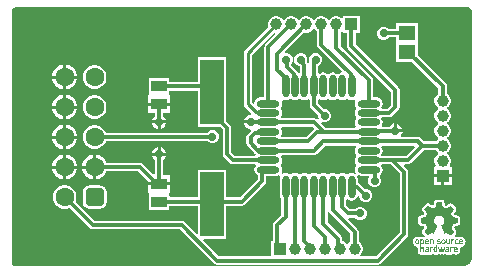
<source format=gbr>
%TF.GenerationSoftware,Altium Limited,Altium Designer,23.1.1 (15)*%
G04 Layer_Physical_Order=1*
G04 Layer_Color=255*
%FSLAX45Y45*%
%MOMM*%
%TF.SameCoordinates,911EB459-FC51-413D-8FB5-29AF24146691*%
%TF.FilePolarity,Positive*%
%TF.FileFunction,Copper,L1,Top,Signal*%
%TF.Part,Single*%
G01*
G75*
%TA.AperFunction,SMDPad,CuDef*%
%ADD10R,2.00000X5.50000*%
%ADD11O,1.95000X0.60000*%
%ADD12O,0.60000X1.95000*%
%ADD13R,1.35000X0.95000*%
%ADD14R,1.45620X1.30464*%
%TA.AperFunction,Conductor*%
%ADD15C,0.30000*%
%ADD16C,0.25400*%
%TA.AperFunction,ComponentPad*%
%ADD17R,1.00000X1.00000*%
%ADD18C,1.00000*%
%ADD19C,1.60000*%
G04:AMPARAMS|DCode=20|XSize=1.6mm|YSize=1.6mm|CornerRadius=0.4mm|HoleSize=0mm|Usage=FLASHONLY|Rotation=90.000|XOffset=0mm|YOffset=0mm|HoleType=Round|Shape=RoundedRectangle|*
%AMROUNDEDRECTD20*
21,1,1.60000,0.80000,0,0,90.0*
21,1,0.80000,1.60000,0,0,90.0*
1,1,0.80000,0.40000,0.40000*
1,1,0.80000,0.40000,-0.40000*
1,1,0.80000,-0.40000,-0.40000*
1,1,0.80000,-0.40000,0.40000*
%
%ADD20ROUNDEDRECTD20*%
%ADD21R,1.00000X1.00000*%
%TA.AperFunction,ViaPad*%
%ADD22C,0.71120*%
G36*
X3914542Y2246720D02*
X3930075Y2240286D01*
X3944055Y2230944D01*
X3950000Y2225000D01*
X3950000Y135355D01*
Y126948D01*
X3946720Y110458D01*
X3940285Y94924D01*
X3930944Y80944D01*
X3925000Y75000D01*
X3919055Y69055D01*
X3905075Y59714D01*
X3889542Y53280D01*
X3873051Y50000D01*
X77172D01*
X67678Y57323D01*
Y57322D01*
X59938Y66817D01*
X56869Y71411D01*
X52319Y82395D01*
X50000Y94055D01*
Y100000D01*
Y2225000D01*
X55944Y2230944D01*
X69924Y2240286D01*
X85458Y2246720D01*
X101948Y2250000D01*
X3898051D01*
X3914542Y2246720D01*
D02*
G37*
%LPC*%
G36*
X2997000Y2170000D02*
X2857000D01*
Y2159955D01*
X2844300Y2154695D01*
X2842981Y2156014D01*
X2827019Y2165230D01*
X2809216Y2170000D01*
X2790784D01*
X2772981Y2165230D01*
X2757019Y2156014D01*
X2743986Y2142981D01*
X2742850Y2141013D01*
X2730150D01*
X2729014Y2142981D01*
X2715981Y2156014D01*
X2700019Y2165230D01*
X2682216Y2170000D01*
X2663784D01*
X2645981Y2165230D01*
X2630019Y2156014D01*
X2616986Y2142981D01*
X2615850Y2141013D01*
X2603150D01*
X2602014Y2142981D01*
X2588981Y2156014D01*
X2573019Y2165230D01*
X2555216Y2170000D01*
X2536784D01*
X2518981Y2165230D01*
X2503019Y2156014D01*
X2489986Y2142981D01*
X2488850Y2141013D01*
X2476150D01*
X2475014Y2142981D01*
X2461981Y2156014D01*
X2446019Y2165230D01*
X2428216Y2170000D01*
X2409784D01*
X2391981Y2165230D01*
X2376019Y2156014D01*
X2362986Y2142981D01*
X2361850Y2141013D01*
X2349150D01*
X2348014Y2142981D01*
X2334981Y2156014D01*
X2319019Y2165230D01*
X2301216Y2170000D01*
X2282784D01*
X2264981Y2165230D01*
X2249019Y2156014D01*
X2235986Y2142981D01*
X2226771Y2127019D01*
X2222000Y2109216D01*
Y2090784D01*
X2224881Y2080032D01*
X2026425Y1881575D01*
X2019197Y1870759D01*
X2016659Y1858000D01*
Y1425000D01*
X2019197Y1412241D01*
X2026425Y1401425D01*
X2079189Y1348660D01*
X2073929Y1335960D01*
X2062874D01*
X2040469Y1326679D01*
X2023321Y1309531D01*
X2014278Y1287700D01*
X2075000D01*
Y1262300D01*
X2014278D01*
X2023321Y1240469D01*
X2040469Y1223321D01*
X2062874Y1214040D01*
X2070612D01*
X2075873Y1201340D01*
X2049766Y1175234D01*
X2042031Y1163656D01*
X2039314Y1150000D01*
Y1092940D01*
X2042031Y1079283D01*
X2049766Y1067706D01*
X2106966Y1010507D01*
X2113154Y1006372D01*
X2118490Y998386D01*
X2112704Y985686D01*
X1939781D01*
X1910686Y1014782D01*
Y1225000D01*
X1907969Y1238656D01*
X1900234Y1250234D01*
X1870000Y1280467D01*
Y1820000D01*
X1630000D01*
Y1610686D01*
X1387500D01*
Y1642500D01*
X1212500D01*
Y1510600D01*
X1212500Y1508363D01*
X1207100Y1497900D01*
X1207100Y1497037D01*
Y1437700D01*
X1300000D01*
X1392900D01*
Y1497037D01*
X1392900Y1497900D01*
X1387500Y1508363D01*
X1387500Y1510600D01*
Y1539314D01*
X1630000D01*
Y1230000D01*
X1819533D01*
X1839314Y1210219D01*
Y1000000D01*
X1842031Y986344D01*
X1849766Y974766D01*
X1899766Y924767D01*
X1911344Y917031D01*
X1925000Y914314D01*
X2112704D01*
X2118319Y901989D01*
X2118048Y900953D01*
X2110401Y889509D01*
X2106521Y870000D01*
X2110401Y850491D01*
X2121452Y833952D01*
X2136814Y823687D01*
Y787281D01*
X1985219Y635686D01*
X1870000D01*
Y870000D01*
X1630000D01*
Y635686D01*
X1396480D01*
X1387500Y644666D01*
X1387500Y666637D01*
X1392900Y677100D01*
X1392900Y677963D01*
Y737300D01*
X1300000D01*
X1207100D01*
Y677964D01*
X1207100Y677100D01*
X1212500Y666637D01*
X1212500Y664400D01*
Y532500D01*
X1387500D01*
Y564314D01*
X1630000D01*
Y329927D01*
X1618267Y325066D01*
X1518100Y425234D01*
X1506522Y432969D01*
X1492866Y435686D01*
X752782D01*
X591677Y596790D01*
X593185Y599402D01*
X600000Y624835D01*
Y651165D01*
X593185Y676598D01*
X580020Y699401D01*
X561401Y718020D01*
X538598Y731185D01*
X513165Y738000D01*
X486835D01*
X461402Y731185D01*
X438599Y718020D01*
X419980Y699401D01*
X406815Y676598D01*
X400000Y651165D01*
Y624835D01*
X406815Y599402D01*
X419980Y576599D01*
X438599Y557980D01*
X461402Y544815D01*
X486835Y538000D01*
X513165D01*
X538598Y544815D01*
X541210Y546323D01*
X712766Y374766D01*
X724344Y367031D01*
X738000Y364314D01*
X1478084D01*
X1767632Y74766D01*
X1779210Y67031D01*
X1792866Y64314D01*
X3150000D01*
X3163656Y67031D01*
X3175234Y74766D01*
X3400234Y299766D01*
X3407969Y311344D01*
X3410686Y325000D01*
Y850000D01*
X3407969Y863656D01*
X3400234Y875234D01*
X3372886Y902581D01*
X3377747Y914314D01*
X3404000D01*
X3417656Y917031D01*
X3429234Y924767D01*
X3541782Y1037314D01*
X3639774D01*
X3643986Y1030019D01*
X3657019Y1016986D01*
X3658987Y1015850D01*
Y1003150D01*
X3657019Y1002014D01*
X3643986Y988981D01*
X3634770Y973019D01*
X3630000Y955216D01*
Y936785D01*
X3634770Y918981D01*
X3641630Y907100D01*
X3635945Y894400D01*
X3624600D01*
Y831700D01*
X3700000D01*
X3775400D01*
Y894400D01*
X3764055D01*
X3758370Y907100D01*
X3765229Y918981D01*
X3770000Y936785D01*
Y955216D01*
X3765229Y973019D01*
X3756014Y988981D01*
X3742981Y1002014D01*
X3741013Y1003150D01*
Y1015850D01*
X3742981Y1016986D01*
X3756014Y1030019D01*
X3765229Y1045981D01*
X3770000Y1063785D01*
Y1082216D01*
X3765229Y1100019D01*
X3756014Y1115981D01*
X3742981Y1129014D01*
X3741013Y1130150D01*
Y1142850D01*
X3742981Y1143986D01*
X3756014Y1157019D01*
X3765229Y1172981D01*
X3770000Y1190785D01*
Y1209216D01*
X3765229Y1227019D01*
X3756014Y1242981D01*
X3742981Y1256014D01*
X3741013Y1257150D01*
Y1269850D01*
X3742981Y1270986D01*
X3756014Y1284019D01*
X3765229Y1299981D01*
X3770000Y1317785D01*
Y1336216D01*
X3765229Y1354019D01*
X3756014Y1369981D01*
X3742981Y1383014D01*
X3741013Y1384150D01*
Y1396850D01*
X3742981Y1397986D01*
X3756014Y1411019D01*
X3765229Y1426981D01*
X3770000Y1444785D01*
Y1463216D01*
X3765229Y1481019D01*
X3756014Y1496981D01*
X3742981Y1510014D01*
X3735686Y1514226D01*
Y1577000D01*
X3732969Y1590657D01*
X3725234Y1602234D01*
X3492810Y1834658D01*
Y1945347D01*
Y2115810D01*
X3307190D01*
Y2060686D01*
X3242888D01*
X3231472Y2072102D01*
X3211051Y2080560D01*
X3188948D01*
X3168528Y2072102D01*
X3152898Y2056472D01*
X3144440Y2036052D01*
Y2013948D01*
X3152898Y1993528D01*
X3168528Y1977899D01*
X3188948Y1969440D01*
X3211051D01*
X3231472Y1977899D01*
X3242888Y1989314D01*
X3307190D01*
Y1945347D01*
Y1784190D01*
X3442343D01*
X3664314Y1562219D01*
Y1514226D01*
X3657019Y1510014D01*
X3643986Y1496981D01*
X3634770Y1481019D01*
X3630000Y1463216D01*
Y1444785D01*
X3634770Y1426981D01*
X3643986Y1411019D01*
X3657019Y1397986D01*
X3658987Y1396850D01*
Y1384150D01*
X3657019Y1383014D01*
X3643986Y1369981D01*
X3634770Y1354019D01*
X3630000Y1336216D01*
Y1317785D01*
X3634770Y1299981D01*
X3643986Y1284019D01*
X3657019Y1270986D01*
X3658987Y1269850D01*
Y1257150D01*
X3657019Y1256014D01*
X3643986Y1242981D01*
X3634770Y1227019D01*
X3630000Y1209216D01*
Y1190785D01*
X3634770Y1172981D01*
X3643986Y1157019D01*
X3657019Y1143986D01*
X3658987Y1142850D01*
Y1130150D01*
X3657019Y1129014D01*
X3643986Y1115981D01*
X3639774Y1108686D01*
X3541782D01*
X3515234Y1135234D01*
X3503656Y1142969D01*
X3490000Y1145686D01*
X3349857D01*
X3344596Y1158386D01*
X3351679Y1165469D01*
X3360722Y1187300D01*
X3300000D01*
Y1200000D01*
X3287300D01*
Y1260722D01*
X3265469Y1251679D01*
X3248321Y1234531D01*
X3246728Y1230686D01*
X3191640D01*
X3184890Y1243314D01*
X3184953Y1243538D01*
X3189599Y1250491D01*
X3193480Y1270000D01*
X3189599Y1289509D01*
X3181511Y1301614D01*
X3187296Y1314314D01*
X3250000D01*
X3263656Y1317031D01*
X3275234Y1324766D01*
X3325234Y1374766D01*
X3332969Y1386344D01*
X3335686Y1400000D01*
Y1546000D01*
X3332969Y1559656D01*
X3325234Y1571233D01*
X2962686Y1933781D01*
Y2030000D01*
X2997000D01*
Y2170000D01*
D02*
G37*
G36*
X513876Y1759400D02*
X512700D01*
Y1666701D01*
X605400D01*
Y1667876D01*
X598217Y1694683D01*
X584341Y1718717D01*
X564717Y1738341D01*
X540683Y1752217D01*
X513876Y1759400D01*
D02*
G37*
G36*
X487300D02*
X486124D01*
X459317Y1752217D01*
X435283Y1738341D01*
X415659Y1718717D01*
X401783Y1694683D01*
X394600Y1667876D01*
Y1666701D01*
X487300D01*
Y1759400D01*
D02*
G37*
G36*
X767165Y1754000D02*
X740835D01*
X715402Y1747185D01*
X692599Y1734020D01*
X673980Y1715401D01*
X660815Y1692598D01*
X654000Y1667165D01*
Y1640835D01*
X660815Y1615402D01*
X673980Y1592599D01*
X692599Y1573980D01*
X715402Y1560815D01*
X740835Y1554000D01*
X767165D01*
X792598Y1560815D01*
X815401Y1573980D01*
X834020Y1592599D01*
X847185Y1615402D01*
X854000Y1640835D01*
Y1667165D01*
X847185Y1692598D01*
X834020Y1715401D01*
X815401Y1734020D01*
X792598Y1747185D01*
X767165Y1754000D01*
D02*
G37*
G36*
X605400Y1641301D02*
X512700D01*
Y1548600D01*
X513876D01*
X540683Y1555783D01*
X564717Y1569659D01*
X584341Y1589283D01*
X598217Y1613317D01*
X605400Y1640124D01*
Y1641301D01*
D02*
G37*
G36*
X487300D02*
X394600D01*
Y1640124D01*
X401783Y1613317D01*
X415659Y1589283D01*
X435283Y1569659D01*
X459317Y1555783D01*
X486124Y1548600D01*
X487300D01*
Y1641301D01*
D02*
G37*
G36*
X513876Y1505400D02*
X512700D01*
Y1412701D01*
X605400D01*
Y1413876D01*
X598217Y1440683D01*
X584341Y1464717D01*
X564717Y1484341D01*
X540683Y1498217D01*
X513876Y1505400D01*
D02*
G37*
G36*
X487300D02*
X486124D01*
X459317Y1498217D01*
X435283Y1484341D01*
X415659Y1464717D01*
X401783Y1440683D01*
X394600Y1413876D01*
Y1412701D01*
X487300D01*
Y1505400D01*
D02*
G37*
G36*
X767165Y1500000D02*
X740835D01*
X715402Y1493185D01*
X692599Y1480020D01*
X673980Y1461401D01*
X660815Y1438598D01*
X654000Y1413165D01*
Y1386835D01*
X660815Y1361402D01*
X673980Y1338599D01*
X692599Y1319980D01*
X715402Y1306815D01*
X740835Y1300000D01*
X767165D01*
X792598Y1306815D01*
X815401Y1319980D01*
X834020Y1338599D01*
X847185Y1361402D01*
X854000Y1386835D01*
Y1413165D01*
X847185Y1438598D01*
X834020Y1461401D01*
X815401Y1480020D01*
X792598Y1493185D01*
X767165Y1500000D01*
D02*
G37*
G36*
X605400Y1387301D02*
X512700D01*
Y1294600D01*
X513876D01*
X540683Y1301783D01*
X564717Y1315659D01*
X584341Y1335283D01*
X598217Y1359317D01*
X605400Y1386124D01*
Y1387301D01*
D02*
G37*
G36*
X487300D02*
X394600D01*
Y1386124D01*
X401783Y1359317D01*
X415659Y1335283D01*
X435283Y1315659D01*
X459317Y1301783D01*
X486124Y1294600D01*
X487300D01*
Y1387301D01*
D02*
G37*
G36*
X1392900Y1412300D02*
X1300000D01*
X1207100D01*
Y1352100D01*
X1264314D01*
Y1325525D01*
X1248321Y1309531D01*
X1239278Y1287700D01*
X1360722D01*
X1351679Y1309531D01*
X1335686Y1325525D01*
Y1352100D01*
X1392900D01*
Y1412300D01*
D02*
G37*
G36*
X1360722Y1262300D02*
X1312700D01*
Y1214278D01*
X1334531Y1223321D01*
X1351679Y1240469D01*
X1360722Y1262300D01*
D02*
G37*
G36*
X1287300D02*
X1239278D01*
X1248321Y1240469D01*
X1265469Y1223321D01*
X1287300Y1214278D01*
Y1262300D01*
D02*
G37*
G36*
X3312700Y1260722D02*
Y1212700D01*
X3360722D01*
X3351679Y1234531D01*
X3334531Y1251679D01*
X3312700Y1260722D01*
D02*
G37*
G36*
X513876Y1251400D02*
X512700D01*
Y1158701D01*
X605400D01*
Y1159876D01*
X598217Y1186683D01*
X584341Y1210717D01*
X564717Y1230341D01*
X540683Y1244217D01*
X513876Y1251400D01*
D02*
G37*
G36*
X487300D02*
X486124D01*
X459317Y1244217D01*
X435283Y1230341D01*
X415659Y1210717D01*
X401783Y1186683D01*
X394600Y1159876D01*
Y1158701D01*
X487300D01*
Y1251400D01*
D02*
G37*
G36*
X767165Y1246000D02*
X740835D01*
X715402Y1239185D01*
X692599Y1226020D01*
X673980Y1207401D01*
X660815Y1184598D01*
X654000Y1159165D01*
Y1132835D01*
X660815Y1107402D01*
X673980Y1084599D01*
X692599Y1065980D01*
X715402Y1052815D01*
X740835Y1046000D01*
X767165D01*
X792598Y1052815D01*
X815401Y1065980D01*
X834020Y1084599D01*
X847185Y1107402D01*
X848501Y1112314D01*
X1709112D01*
X1718528Y1102898D01*
X1738949Y1094440D01*
X1761052D01*
X1781472Y1102898D01*
X1797102Y1118528D01*
X1805560Y1138948D01*
Y1161052D01*
X1797102Y1181472D01*
X1781472Y1197101D01*
X1761052Y1205560D01*
X1738949D01*
X1718528Y1197101D01*
X1705112Y1183686D01*
X847430D01*
X847185Y1184598D01*
X834020Y1207401D01*
X815401Y1226020D01*
X792598Y1239185D01*
X767165Y1246000D01*
D02*
G37*
G36*
X605400Y1133301D02*
X512700D01*
Y1040600D01*
X513876D01*
X540683Y1047783D01*
X564717Y1061659D01*
X584341Y1081283D01*
X598217Y1105317D01*
X605400Y1132124D01*
Y1133301D01*
D02*
G37*
G36*
X487300D02*
X394600D01*
Y1132124D01*
X401783Y1105317D01*
X415659Y1081283D01*
X435283Y1061659D01*
X459317Y1047783D01*
X486124Y1040600D01*
X487300D01*
Y1133301D01*
D02*
G37*
G36*
X1312700Y1060722D02*
Y1012700D01*
X1360722D01*
X1351679Y1034531D01*
X1334531Y1051679D01*
X1312700Y1060722D01*
D02*
G37*
G36*
X1287300D02*
X1265469Y1051679D01*
X1248321Y1034531D01*
X1239278Y1012700D01*
X1287300D01*
Y1060722D01*
D02*
G37*
G36*
X513876Y997400D02*
X512700D01*
Y904701D01*
X605400D01*
Y905876D01*
X598217Y932683D01*
X584341Y956717D01*
X564717Y976341D01*
X540683Y990217D01*
X513876Y997400D01*
D02*
G37*
G36*
X741300D02*
X740124D01*
X713317Y990217D01*
X689283Y976341D01*
X669659Y956717D01*
X655783Y932683D01*
X648600Y905876D01*
Y904701D01*
X741300D01*
Y997400D01*
D02*
G37*
G36*
X487300D02*
X486124D01*
X459317Y990217D01*
X435283Y976341D01*
X415659Y956717D01*
X401783Y932683D01*
X394600Y905876D01*
Y904701D01*
X487300D01*
Y997400D01*
D02*
G37*
G36*
X741300Y879301D02*
X648600D01*
Y878124D01*
X655783Y851317D01*
X669659Y827283D01*
X689283Y807659D01*
X713317Y793783D01*
X740124Y786600D01*
X741300D01*
Y879301D01*
D02*
G37*
G36*
X605400D02*
X512700D01*
Y786600D01*
X513876D01*
X540683Y793783D01*
X564717Y807659D01*
X584341Y827283D01*
X598217Y851317D01*
X605400Y878124D01*
Y879301D01*
D02*
G37*
G36*
X487300D02*
X394600D01*
Y878124D01*
X401783Y851317D01*
X415659Y827283D01*
X435283Y807659D01*
X459317Y793783D01*
X486124Y786600D01*
X487300D01*
Y879301D01*
D02*
G37*
G36*
X767876Y997400D02*
X766700D01*
Y892001D01*
Y786600D01*
X767876D01*
X794683Y793783D01*
X818717Y807659D01*
X838341Y827283D01*
X852217Y851317D01*
X853556Y856314D01*
X1123219D01*
X1207100Y772433D01*
Y762700D01*
X1300000D01*
X1392900D01*
Y822900D01*
X1335686D01*
Y949475D01*
X1351679Y965469D01*
X1360722Y987300D01*
X1239278D01*
X1248321Y965469D01*
X1264314Y949475D01*
Y834114D01*
X1251614Y828853D01*
X1163234Y917234D01*
X1151657Y924969D01*
X1138000Y927686D01*
X853556D01*
X852217Y932683D01*
X838341Y956717D01*
X818717Y976341D01*
X794683Y990217D01*
X767876Y997400D01*
D02*
G37*
G36*
X3775400Y806300D02*
X3712700D01*
Y743600D01*
X3775400D01*
Y806300D01*
D02*
G37*
G36*
X3687300D02*
X3624600D01*
Y743600D01*
X3687300D01*
Y806300D01*
D02*
G37*
G36*
X3651467Y616254D02*
X3649625Y615899D01*
X3649158Y615958D01*
X3647723Y615564D01*
X3644899Y615208D01*
X3644165Y614964D01*
X3643855Y614787D01*
X3643654Y614748D01*
X3642875Y614234D01*
X3641485Y613853D01*
X3640996Y613608D01*
X3638848Y611940D01*
X3638825Y611931D01*
X3638796Y611904D01*
X3637253Y611024D01*
X3636623Y610214D01*
X3635766Y609549D01*
X3635581Y609425D01*
X3635493Y609337D01*
X3634723Y608740D01*
X3634718Y608732D01*
X3634712Y608727D01*
X3633894Y607292D01*
X3633030Y606479D01*
X3632080Y604368D01*
X3630793Y602443D01*
X3630462Y600775D01*
X3629763Y599224D01*
X3629439Y597817D01*
X3629238Y597014D01*
X3629198Y596192D01*
X3628907Y595421D01*
X3628552Y593291D01*
X3628505Y593104D01*
X3628499Y592972D01*
X3628418Y592485D01*
X3628433Y591985D01*
X3628100Y591038D01*
X3627856Y589325D01*
X3627858Y589278D01*
X3627684Y588817D01*
X3627328Y586683D01*
X3627281Y586493D01*
X3627274Y586360D01*
X3627194Y585881D01*
X3627210Y585379D01*
X3626877Y584432D01*
X3626632Y582719D01*
X3626635Y582671D01*
X3626460Y582209D01*
X3626105Y580078D01*
X3626059Y579892D01*
X3626052Y579760D01*
X3625971Y579272D01*
X3625981Y578967D01*
X3625726Y578294D01*
X3625371Y576165D01*
X3625324Y575976D01*
X3625317Y575842D01*
X3625237Y575358D01*
X3625253Y574858D01*
X3624919Y573910D01*
X3624675Y572198D01*
X3624677Y572150D01*
X3624503Y571689D01*
X3624190Y569814D01*
X3618760Y566852D01*
X3612121Y564841D01*
X3609859Y566457D01*
X3609409Y566660D01*
X3609370Y566701D01*
X3605945Y569148D01*
X3605494Y569352D01*
X3605454Y569394D01*
X3602029Y571840D01*
X3601579Y572043D01*
X3601540Y572084D01*
X3598115Y574531D01*
X3597664Y574735D01*
X3597625Y574776D01*
X3595912Y576000D01*
X3594961Y576429D01*
X3594446Y576977D01*
X3592733Y578201D01*
X3592282Y578404D01*
X3592243Y578446D01*
X3588817Y580893D01*
X3588532Y581021D01*
X3588311Y581243D01*
X3584916Y582653D01*
X3584282Y582939D01*
X3583777Y583286D01*
X3583281Y583391D01*
X3581565Y584165D01*
X3581252Y584175D01*
X3580963Y584295D01*
X3579740Y584540D01*
X3577846Y584542D01*
X3575993Y584934D01*
X3573906Y584546D01*
X3571783Y584548D01*
X3570032Y583825D01*
X3568171Y583478D01*
X3566947Y582989D01*
X3566839Y582919D01*
X3566714Y582894D01*
X3564990Y581742D01*
X3564429Y581510D01*
X3563995Y581077D01*
X3563516Y580757D01*
X3560278Y578651D01*
X3560205Y578545D01*
X3560099Y578474D01*
X3546275Y564650D01*
X3546152Y564527D01*
X3546152Y564526D01*
X3531594Y549969D01*
X3530484Y548308D01*
X3529069Y546895D01*
X3528295Y545032D01*
X3527174Y543354D01*
X3526783Y541393D01*
X3526017Y539547D01*
X3525772Y538324D01*
X3525772Y537812D01*
X3525599Y537329D01*
X3525673Y535809D01*
X3525621Y535550D01*
X3525706Y535123D01*
X3525768Y533852D01*
X3525765Y530367D01*
X3525960Y529893D01*
X3525985Y529382D01*
X3526230Y528403D01*
X3527717Y525255D01*
X3529047Y522035D01*
X3531004Y519099D01*
X3531283Y518820D01*
X3531622Y518070D01*
X3534069Y514644D01*
X3534110Y514605D01*
X3534313Y514155D01*
X3536760Y510729D01*
X3536802Y510690D01*
X3537005Y510239D01*
X3538229Y508527D01*
X3538777Y508012D01*
X3539206Y507060D01*
X3540430Y505347D01*
X3540471Y505308D01*
X3540674Y504858D01*
X3543121Y501433D01*
X3543163Y501393D01*
X3543366Y500942D01*
X3545813Y497517D01*
X3545854Y497478D01*
X3545867Y497451D01*
X3540868Y486122D01*
X3539726Y485932D01*
X3539414Y485814D01*
X3539079Y485814D01*
X3538171Y485632D01*
X3537035Y485443D01*
X3536721Y485324D01*
X3536386Y485324D01*
X3534262Y484899D01*
X3533120Y484709D01*
X3532806Y484590D01*
X3532469Y484590D01*
X3531569Y484409D01*
X3530428Y484219D01*
X3530116Y484101D01*
X3529782Y484101D01*
X3527653Y483675D01*
X3526510Y483485D01*
X3526199Y483367D01*
X3525866Y483367D01*
X3523735Y482941D01*
X3522595Y482751D01*
X3522285Y482633D01*
X3521952Y482633D01*
X3521051Y482453D01*
X3519907Y482262D01*
X3519593Y482143D01*
X3519259Y482143D01*
X3517135Y481718D01*
X3515992Y481528D01*
X3515899Y481493D01*
X3515800Y481495D01*
X3513720Y481128D01*
X3513044Y480865D01*
X3512320Y480830D01*
X3511341Y480585D01*
X3510326Y480106D01*
X3510117Y480096D01*
X3509772Y479932D01*
X3508710Y479734D01*
X3507487Y479245D01*
X3505291Y477816D01*
X3502923Y476698D01*
X3501987Y475666D01*
X3500818Y474905D01*
X3499336Y472744D01*
X3497577Y470805D01*
X3497210Y470193D01*
X3496797Y469041D01*
X3496318Y468343D01*
X3496283Y468180D01*
X3495902Y467617D01*
X3495388Y465110D01*
X3494525Y462703D01*
X3494596Y461249D01*
X3494303Y459823D01*
X3494059Y418962D01*
X3494543Y416447D01*
X3494668Y413890D01*
X3494913Y412912D01*
X3495439Y411800D01*
X3495564Y411149D01*
X3495670Y410988D01*
X3495855Y410058D01*
X3497245Y407978D01*
X3498313Y405718D01*
X3499434Y404701D01*
X3500276Y403442D01*
X3501010Y402708D01*
X3502365Y401802D01*
X3503474Y400607D01*
X3505642Y399613D01*
X3507625Y398287D01*
X3509224Y397969D01*
X3510706Y397290D01*
X3513164Y396705D01*
X3514032Y396488D01*
X3514854Y396448D01*
X3515624Y396157D01*
X3517757Y395801D01*
X3517947Y395754D01*
X3518081Y395747D01*
X3518560Y395667D01*
X3519061Y395683D01*
X3520006Y395350D01*
X3521718Y395105D01*
X3521768Y395108D01*
X3522231Y394933D01*
X3524360Y394578D01*
X3524550Y394531D01*
X3524684Y394524D01*
X3525167Y394444D01*
X3525473Y394453D01*
X3526146Y394199D01*
X3528277Y393844D01*
X3528463Y393797D01*
X3528595Y393791D01*
X3529082Y393710D01*
X3529582Y393725D01*
X3530530Y393392D01*
X3532242Y393148D01*
X3532290Y393150D01*
X3532751Y392976D01*
X3534884Y392620D01*
X3535074Y392573D01*
X3535208Y392566D01*
X3535687Y392486D01*
X3535993Y392496D01*
X3536666Y392242D01*
X3538799Y391886D01*
X3538989Y391839D01*
X3539122Y391832D01*
X3539602Y391752D01*
X3540103Y391768D01*
X3540459Y391643D01*
X3545371Y379363D01*
X3545366Y379350D01*
X3545324Y379311D01*
X3542877Y375885D01*
X3542673Y375435D01*
X3542632Y375396D01*
X3540185Y371971D01*
X3539982Y371520D01*
X3539941Y371481D01*
X3537494Y368056D01*
X3537291Y367605D01*
X3537249Y367566D01*
X3534803Y364141D01*
X3534599Y363690D01*
X3534557Y363651D01*
X3532111Y360226D01*
X3531908Y359776D01*
X3531866Y359737D01*
X3529420Y356311D01*
X3529154Y355723D01*
X3528712Y355253D01*
X3527527Y352117D01*
X3527048Y351055D01*
X3527025Y351021D01*
X3527018Y350989D01*
X3526147Y349059D01*
X3526127Y348414D01*
X3525899Y347810D01*
X3525654Y346342D01*
X3525703Y344773D01*
X3525378Y343237D01*
X3525826Y340834D01*
X3525903Y338389D01*
X3526548Y336958D01*
X3526836Y335415D01*
X3527325Y334192D01*
X3527394Y334087D01*
X3527418Y333964D01*
X3528902Y331743D01*
X3529176Y331137D01*
X3529528Y330806D01*
X3529561Y330757D01*
X3531666Y327523D01*
X3531769Y327452D01*
X3531839Y327348D01*
X3548447Y310740D01*
X3542368Y300346D01*
X3541482Y299744D01*
X3538691Y300264D01*
X3535463Y301085D01*
X3530814Y301329D01*
X3528846Y301044D01*
X3526859Y301153D01*
X3525147Y300908D01*
X3524144Y300556D01*
X3523083Y300504D01*
X3522238Y300293D01*
X3520129Y300744D01*
X3511687Y300866D01*
X3511551Y300841D01*
X3511415Y300868D01*
X3507654Y300125D01*
X3503862Y299427D01*
X3503745Y299352D01*
X3503609Y299325D01*
X3502026Y298269D01*
X3501539Y298562D01*
X3498481Y299663D01*
X3498235Y299700D01*
X3498020Y299823D01*
X3497286Y300067D01*
X3494516Y300416D01*
X3491809Y301090D01*
X3486671Y301334D01*
X3485177Y301110D01*
X3483672Y301256D01*
X3481226Y301012D01*
X3479799Y300577D01*
X3478310Y300504D01*
X3477331Y300260D01*
X3477018Y300112D01*
X3476672Y300083D01*
X3474960Y299594D01*
X3474024Y299113D01*
X3472990Y298920D01*
X3470543Y297942D01*
X3468493Y296608D01*
X3466263Y295601D01*
X3464550Y294378D01*
X3463599Y293365D01*
X3461495Y291959D01*
X3459170Y289635D01*
X3458020Y287913D01*
X3457247Y287244D01*
X3456391Y286143D01*
X3455919Y285202D01*
X3455197Y284434D01*
X3453974Y282477D01*
X3453249Y280565D01*
X3452172Y278828D01*
X3451438Y276871D01*
X3451283Y275928D01*
X3450857Y275073D01*
X3450640Y274277D01*
X3450575Y274084D01*
X3450565Y274003D01*
X3450490Y273727D01*
X3450440Y273012D01*
X3450280Y271741D01*
X3449611Y269477D01*
X3449367Y266785D01*
X3449440Y266099D01*
X3449040Y263948D01*
X3449162Y254283D01*
X3449372Y253294D01*
X3449285Y252287D01*
X3449530Y250085D01*
X3449700Y249549D01*
X3449683Y248988D01*
X3449927Y247519D01*
X3450153Y246923D01*
X3450172Y246286D01*
X3450539Y244695D01*
X3451420Y242740D01*
X3451930Y240657D01*
X3453643Y236987D01*
X3453809Y236761D01*
X3453883Y236491D01*
X3454127Y236001D01*
X3454815Y235116D01*
X3454859Y235026D01*
X3456287Y233186D01*
X3457947Y230702D01*
X3458189Y230459D01*
X3458682Y229722D01*
X3460762Y227642D01*
X3461823Y226933D01*
X3462659Y225967D01*
X3464861Y224255D01*
X3466457Y223454D01*
X3467842Y222327D01*
X3469922Y221226D01*
X3471239Y220832D01*
X3472412Y220114D01*
X3474736Y219258D01*
X3475057Y219207D01*
X3475338Y219047D01*
X3476072Y218802D01*
X3478883Y218448D01*
X3481635Y217775D01*
X3487262Y217530D01*
X3490915Y205364D01*
X3490878Y171986D01*
X3491626Y168199D01*
X3492319Y164434D01*
X3492394Y164317D01*
X3492421Y164181D01*
X3494558Y160974D01*
X3496643Y157754D01*
X3496757Y157676D01*
X3496834Y157560D01*
X3500024Y155424D01*
X3503194Y153238D01*
X3503330Y153209D01*
X3503445Y153132D01*
X3507204Y152380D01*
X3510974Y151573D01*
X3519415Y151451D01*
X3519508Y151468D01*
X3519599Y151449D01*
X3523397Y152183D01*
X3527240Y152890D01*
X3527319Y152941D01*
X3527411Y152959D01*
X3528121Y153427D01*
X3528395Y153238D01*
X3528632Y153188D01*
X3528834Y153055D01*
X3532512Y152357D01*
X3536175Y151573D01*
X3544617Y151451D01*
X3544722Y151470D01*
X3544825Y151449D01*
X3548619Y152187D01*
X3552442Y152890D01*
X3552531Y152947D01*
X3552635Y152968D01*
X3552889Y153135D01*
X3553297Y153059D01*
X3554350Y152534D01*
X3555151Y152316D01*
X3555346Y152251D01*
X3555427Y152240D01*
X3555696Y152167D01*
X3556400Y152118D01*
X3558176Y151894D01*
X3560946Y151222D01*
X3566818Y150977D01*
X3568251Y151201D01*
X3569695Y151061D01*
X3572142Y151305D01*
X3573893Y151839D01*
X3574559Y151894D01*
X3576057Y151573D01*
X3584499Y151451D01*
X3584605Y151470D01*
X3584710Y151449D01*
X3588503Y152187D01*
X3589737Y152414D01*
X3589901Y152381D01*
X3593682Y151573D01*
X3602368Y151451D01*
X3602465Y151469D01*
X3602562Y151449D01*
X3606370Y152188D01*
X3610193Y152893D01*
X3610276Y152947D01*
X3610373Y152965D01*
X3613618Y155112D01*
X3616870Y157220D01*
X3619453Y155603D01*
X3621166Y154625D01*
X3623755Y153759D01*
X3624686Y153153D01*
X3625909Y152663D01*
X3626210Y152608D01*
X3626338Y152547D01*
X3627317Y152302D01*
X3628034Y152267D01*
X3628440Y152192D01*
X3628711Y152101D01*
X3628868Y152112D01*
X3629185Y152053D01*
X3632413Y151232D01*
X3637062Y150988D01*
X3639030Y151273D01*
X3641017Y151164D01*
X3642729Y151409D01*
X3643732Y151761D01*
X3644793Y151813D01*
X3645526Y151996D01*
X3647502Y151573D01*
X3655944Y151451D01*
X3656071Y151474D01*
X3656197Y151449D01*
X3659958Y152189D01*
X3663769Y152890D01*
X3663878Y152960D01*
X3664004Y152985D01*
X3665278Y153833D01*
X3666121Y153250D01*
X3668929Y152645D01*
X3671652Y151734D01*
X3672787Y151814D01*
X3673899Y151574D01*
X3681606Y151451D01*
X3682487Y151612D01*
X3683376Y151500D01*
X3686373Y152321D01*
X3689434Y152879D01*
X3690186Y153365D01*
X3690880Y153555D01*
X3691323Y153250D01*
X3693134Y152859D01*
X3694823Y152097D01*
X3696986Y152029D01*
X3699101Y151574D01*
X3706808Y151451D01*
X3707230Y151528D01*
X3707653Y151455D01*
X3711130Y152240D01*
X3714635Y152879D01*
X3714996Y153112D01*
X3715415Y153207D01*
X3718328Y155263D01*
X3718429Y155328D01*
X3719897Y154321D01*
X3720754Y153954D01*
X3721278Y153843D01*
X3721735Y153563D01*
X3724059Y152707D01*
X3724380Y152656D01*
X3724663Y152494D01*
X3725397Y152250D01*
X3728272Y151888D01*
X3731089Y151218D01*
X3737695Y150974D01*
X3739503Y151264D01*
X3741333Y151164D01*
X3743046Y151409D01*
X3744048Y151762D01*
X3745109Y151813D01*
X3745165Y151827D01*
X3746351Y151573D01*
X3754792Y151451D01*
X3754898Y151470D01*
X3755003Y151449D01*
X3758794Y152187D01*
X3760031Y152414D01*
X3760195Y152381D01*
X3763976Y151573D01*
X3772662Y151451D01*
X3772760Y151469D01*
X3772857Y151449D01*
X3776659Y152187D01*
X3780487Y152893D01*
X3780571Y152947D01*
X3780668Y152966D01*
X3783909Y155110D01*
X3787164Y157220D01*
X3791546Y156021D01*
X3793625Y154920D01*
X3794887Y154542D01*
X3796006Y153848D01*
X3797963Y153114D01*
X3798905Y152960D01*
X3799758Y152534D01*
X3800559Y152316D01*
X3800757Y152250D01*
X3800839Y152239D01*
X3801104Y152167D01*
X3801799Y152119D01*
X3803658Y151884D01*
X3806501Y151216D01*
X3813597Y150972D01*
X3813949Y151029D01*
X3814299Y150960D01*
X3814544D01*
X3816994Y151447D01*
X3819490Y151568D01*
X3823404Y152547D01*
X3824662Y153141D01*
X3826029Y153396D01*
X3827253Y153885D01*
X3827466Y154024D01*
X3827715Y154076D01*
X3829428Y154810D01*
X3830974Y155871D01*
X3831114Y155929D01*
X3831156Y155937D01*
X3831191Y155961D01*
X3832707Y156587D01*
X3834175Y157565D01*
X3835355Y158743D01*
X3837771Y160358D01*
X3838013Y160599D01*
X3838749Y161091D01*
X3841319Y163660D01*
X3841319Y163661D01*
X3845739Y170275D01*
X3845740Y170276D01*
X3847292Y178080D01*
X3846547Y181825D01*
X3846790Y182195D01*
X3846805Y182274D01*
X3846848Y182341D01*
X3847541Y186163D01*
X3848270Y190013D01*
X3848253Y190092D01*
X3848268Y190170D01*
X3848145Y197388D01*
X3847984Y198131D01*
X3848065Y198888D01*
X3847820Y201579D01*
X3847508Y202634D01*
X3847507Y203736D01*
X3847262Y204959D01*
X3847146Y205237D01*
X3847137Y205539D01*
X3847060Y205874D01*
X3848920Y210447D01*
X3851578Y214327D01*
X3853034Y215657D01*
X3856393Y217592D01*
X3858015Y217527D01*
X3859431Y217751D01*
X3860858Y217612D01*
X3863305Y217857D01*
X3864732Y218292D01*
X3866222Y218365D01*
X3869159Y219099D01*
X3870417Y219693D01*
X3871785Y219948D01*
X3873008Y220437D01*
X3873221Y220575D01*
X3873470Y220628D01*
X3875182Y221362D01*
X3876727Y222422D01*
X3876870Y222481D01*
X3876910Y222489D01*
X3876943Y222511D01*
X3878460Y223137D01*
X3879928Y224116D01*
X3881108Y225294D01*
X3883526Y226909D01*
X3884012Y227396D01*
X3884749Y227888D01*
X3887074Y230212D01*
X3891494Y236828D01*
X3893046Y244631D01*
X3892205Y248861D01*
X3892863Y252252D01*
X3893655Y255949D01*
X3893778Y264146D01*
X3893565Y265305D01*
X3893679Y266479D01*
X3893434Y268925D01*
X3892999Y270355D01*
X3892926Y271846D01*
X3892681Y272825D01*
X3892477Y273257D01*
X3892431Y273733D01*
X3891697Y276180D01*
X3891150Y277212D01*
X3890908Y278356D01*
X3890174Y280068D01*
X3889114Y281613D01*
X3889057Y281751D01*
X3889049Y281791D01*
X3889027Y281825D01*
X3888399Y283346D01*
X3887420Y284814D01*
X3886243Y285993D01*
X3884630Y288408D01*
X3884386Y288652D01*
X3883893Y289391D01*
X3882669Y290614D01*
X3881816Y291184D01*
X3881164Y291977D01*
X3879818Y293078D01*
X3879220Y293396D01*
X3878755Y293890D01*
X3877899Y294502D01*
X3877149Y294840D01*
X3876540Y295393D01*
X3874094Y296861D01*
X3872216Y297534D01*
X3870508Y298562D01*
X3867450Y299663D01*
X3867205Y299700D01*
X3866991Y299822D01*
X3866257Y300066D01*
X3863537Y300409D01*
X3860880Y301085D01*
X3856231Y301329D01*
X3854686Y301106D01*
X3853131Y301256D01*
X3850685Y301012D01*
X3849258Y300577D01*
X3847769Y300504D01*
X3846790Y300260D01*
X3846477Y300112D01*
X3846131Y300083D01*
X3844419Y299594D01*
X3843141Y298937D01*
X3841740Y298621D01*
X3839538Y297643D01*
X3838956Y297232D01*
X3838644Y297397D01*
X3837253Y297813D01*
X3836010Y298562D01*
X3832951Y299663D01*
X3832706Y299700D01*
X3832490Y299823D01*
X3831756Y300067D01*
X3828986Y300416D01*
X3826279Y301090D01*
X3821141Y301334D01*
X3819647Y301110D01*
X3818143Y301256D01*
X3815696Y301012D01*
X3814269Y300577D01*
X3812779Y300504D01*
X3809843Y299770D01*
X3803294Y303579D01*
X3801244Y317613D01*
X3810123Y326492D01*
X3810693Y327345D01*
X3811486Y327997D01*
X3812587Y329343D01*
X3813204Y330502D01*
X3814104Y331460D01*
X3815059Y333984D01*
X3816327Y336366D01*
X3816454Y337673D01*
X3816919Y338902D01*
X3817164Y340370D01*
X3817115Y341940D01*
X3817440Y343477D01*
X3816993Y345879D01*
X3816917Y348323D01*
X3816431Y349399D01*
X3816426Y349549D01*
X3816226Y349992D01*
X3815983Y351299D01*
X3815494Y352522D01*
X3814160Y354572D01*
X3813154Y356801D01*
X3810707Y360226D01*
X3810665Y360266D01*
X3810462Y360716D01*
X3809238Y362429D01*
X3808690Y362944D01*
X3808261Y363896D01*
X3807038Y365608D01*
X3806996Y365647D01*
X3806792Y366098D01*
X3804346Y369524D01*
X3804304Y369563D01*
X3804101Y370013D01*
X3801654Y373439D01*
X3801613Y373477D01*
X3801409Y373928D01*
X3798963Y377354D01*
X3798921Y377392D01*
X3798718Y377843D01*
X3797545Y379485D01*
X3802381Y391575D01*
X3804152Y391929D01*
X3805295Y392119D01*
X3805608Y392238D01*
X3805943Y392238D01*
X3808067Y392663D01*
X3809209Y392853D01*
X3809523Y392972D01*
X3809860Y392972D01*
X3810760Y393153D01*
X3811901Y393343D01*
X3812213Y393461D01*
X3812547Y393461D01*
X3814676Y393886D01*
X3815819Y394077D01*
X3816130Y394195D01*
X3816463Y394195D01*
X3818594Y394621D01*
X3819734Y394811D01*
X3820044Y394929D01*
X3820377Y394929D01*
X3821278Y395109D01*
X3822422Y395300D01*
X3822736Y395419D01*
X3823070Y395419D01*
X3825194Y395844D01*
X3826337Y396034D01*
X3826649Y396152D01*
X3826984Y396152D01*
X3827989Y396354D01*
X3829832Y396679D01*
X3830508Y396942D01*
X3831233Y396977D01*
X3832212Y397221D01*
X3833583Y397869D01*
X3835071Y398165D01*
X3837046Y399485D01*
X3837247Y399563D01*
X3837323Y399636D01*
X3839406Y400619D01*
X3840425Y401743D01*
X3841686Y402585D01*
X3842787Y403687D01*
X3844460Y406190D01*
X3844752Y406512D01*
X3844841Y406761D01*
X3844967Y406949D01*
X3847160Y410188D01*
X3847173Y410250D01*
X3847208Y410302D01*
X3847971Y414142D01*
X3848760Y417982D01*
X3849004Y458354D01*
X3848288Y462075D01*
X3848107Y463124D01*
X3848116Y463419D01*
X3848005Y463712D01*
X3847645Y465800D01*
X3847033Y467390D01*
X3845991Y469038D01*
X3845302Y470862D01*
X3843886Y472369D01*
X3842782Y474116D01*
X3841189Y475240D01*
X3839854Y476661D01*
X3838998Y477273D01*
X3837084Y478136D01*
X3836968Y478218D01*
X3836963Y478223D01*
X3836959Y478225D01*
X3836281Y478703D01*
X3835389Y478904D01*
X3832089Y480463D01*
X3831111Y480707D01*
X3830290Y480747D01*
X3829521Y481038D01*
X3828378Y481229D01*
X3826249Y481654D01*
X3825916Y481654D01*
X3825606Y481772D01*
X3824465Y481962D01*
X3823558Y482144D01*
X3823223Y482144D01*
X3822911Y482262D01*
X3821769Y482452D01*
X3819645Y482877D01*
X3819310Y482877D01*
X3818997Y482996D01*
X3817851Y483187D01*
X3816951Y483367D01*
X3816619Y483367D01*
X3816308Y483485D01*
X3815168Y483675D01*
X3813037Y484101D01*
X3812702Y484101D01*
X3812390Y484219D01*
X3811248Y484409D01*
X3809124Y484834D01*
X3808789Y484835D01*
X3808475Y484953D01*
X3807334Y485144D01*
X3806435Y485323D01*
X3806099Y485324D01*
X3805784Y485443D01*
X3804644Y485633D01*
X3802516Y486058D01*
X3802184Y486058D01*
X3801873Y486176D01*
X3801651Y486213D01*
X3796940Y497376D01*
X3797739Y498496D01*
X3797943Y498946D01*
X3797984Y498985D01*
X3800431Y502410D01*
X3800634Y502861D01*
X3800675Y502900D01*
X3803122Y506325D01*
X3803325Y506776D01*
X3803367Y506815D01*
X3805814Y510240D01*
X3806017Y510690D01*
X3806058Y510729D01*
X3808505Y514155D01*
X3808708Y514605D01*
X3808750Y514644D01*
X3811197Y518070D01*
X3811400Y518521D01*
X3811442Y518560D01*
X3812665Y520273D01*
X3813101Y521239D01*
X3814104Y522306D01*
X3814549Y523484D01*
X3814551Y523487D01*
X3814552Y523490D01*
X3814704Y523893D01*
X3815647Y525304D01*
X3816099Y527580D01*
X3816919Y529748D01*
X3817164Y531217D01*
X3817158Y531400D01*
X3817220Y531573D01*
X3817155Y532900D01*
X3817197Y533108D01*
X3817129Y533452D01*
X3817060Y534859D01*
X3817197Y535550D01*
X3816998Y536550D01*
X3816917Y539169D01*
X3816841Y539337D01*
X3816832Y539521D01*
X3816587Y540499D01*
X3815940Y541868D01*
X3815645Y543353D01*
X3814256Y545432D01*
X3813187Y547693D01*
X3812065Y548710D01*
X3811224Y549969D01*
X3782597Y578596D01*
X3781517Y579318D01*
X3780664Y580299D01*
X3778237Y581510D01*
X3775982Y583016D01*
X3774707Y583270D01*
X3773544Y583850D01*
X3772198Y584217D01*
X3770983Y584302D01*
X3769836Y584713D01*
X3767047Y584578D01*
X3764261Y584773D01*
X3763106Y584386D01*
X3761889Y584327D01*
X3760910Y584083D01*
X3757784Y582607D01*
X3756715Y582249D01*
X3756401Y581976D01*
X3754002Y580893D01*
X3752289Y579670D01*
X3752249Y579628D01*
X3751799Y579425D01*
X3748374Y576978D01*
X3748335Y576937D01*
X3747884Y576733D01*
X3744459Y574286D01*
X3744420Y574245D01*
X3743969Y574042D01*
X3740544Y571595D01*
X3740505Y571553D01*
X3740054Y571350D01*
X3738341Y570126D01*
X3737826Y569578D01*
X3736874Y569149D01*
X3735162Y567925D01*
X3735123Y567884D01*
X3734672Y567680D01*
X3731246Y565234D01*
X3731207Y565192D01*
X3730758Y564989D01*
X3730520Y564820D01*
X3727736Y565813D01*
X3719531Y569099D01*
X3718623Y569574D01*
X3718388Y571219D01*
X3718055Y572166D01*
X3718071Y572666D01*
X3717990Y573153D01*
X3717983Y573286D01*
X3717936Y573472D01*
X3717582Y575602D01*
X3717327Y576275D01*
X3717337Y576583D01*
X3717257Y577062D01*
X3717250Y577195D01*
X3717203Y577385D01*
X3716847Y579519D01*
X3716672Y579982D01*
X3716675Y580031D01*
X3716430Y581743D01*
X3716098Y582688D01*
X3716113Y583188D01*
X3716033Y583669D01*
X3716027Y583802D01*
X3715980Y583991D01*
X3715624Y586124D01*
X3715370Y586796D01*
X3715379Y587102D01*
X3715298Y587589D01*
X3715292Y587721D01*
X3715245Y587908D01*
X3714890Y590038D01*
X3714715Y590501D01*
X3714718Y590549D01*
X3714473Y592261D01*
X3714140Y593208D01*
X3714156Y593710D01*
X3714076Y594189D01*
X3714070Y594323D01*
X3714022Y594513D01*
X3713666Y596646D01*
X3713255Y597734D01*
X3713160Y598894D01*
X3712671Y600606D01*
X3712131Y601656D01*
X3711901Y602814D01*
X3710328Y605166D01*
X3709035Y607684D01*
X3708135Y608447D01*
X3707479Y609428D01*
X3706867Y610040D01*
X3704002Y611953D01*
X3702968Y612831D01*
X3702459Y612994D01*
X3700367Y614411D01*
X3700304Y614423D01*
X3700251Y614459D01*
X3696429Y615218D01*
X3692572Y616009D01*
X3651467Y616254D01*
D02*
G37*
G36*
X794000Y739175D02*
X714000D01*
X690589Y734519D01*
X670743Y721257D01*
X657481Y701411D01*
X652825Y678000D01*
Y598000D01*
X657481Y574589D01*
X670743Y554743D01*
X690589Y541481D01*
X714000Y536825D01*
X794000D01*
X817411Y541481D01*
X837257Y554743D01*
X850519Y574589D01*
X855175Y598000D01*
Y678000D01*
X850519Y701411D01*
X837257Y721257D01*
X817411Y734519D01*
X794000Y739175D01*
D02*
G37*
%LPD*%
G36*
X2616986Y2057019D02*
X2630019Y2043986D01*
X2637314Y2039774D01*
Y1927000D01*
X2640031Y1913344D01*
X2647766Y1901767D01*
X2844248Y1705285D01*
X2840068Y1691504D01*
X2830491Y1689599D01*
X2819047Y1681953D01*
X2810000Y1679583D01*
X2800953Y1681953D01*
X2789509Y1689599D01*
X2770000Y1693480D01*
X2750491Y1689599D01*
X2739048Y1681953D01*
X2730000Y1679583D01*
X2720953Y1681953D01*
X2709509Y1689599D01*
X2690000Y1693480D01*
X2670491Y1689599D01*
X2659048Y1681953D01*
X2658011Y1681681D01*
X2645686Y1687296D01*
Y1748431D01*
X2656472Y1752898D01*
X2672102Y1768528D01*
X2680560Y1788948D01*
Y1811051D01*
X2672102Y1831472D01*
X2656472Y1847101D01*
X2636052Y1855560D01*
X2613949D01*
X2593528Y1847101D01*
X2577899Y1831472D01*
X2569440Y1811051D01*
Y1788948D01*
X2572975Y1780414D01*
X2561721Y1774398D01*
X2555234Y1784107D01*
X2554046Y1785294D01*
X2555560Y1788948D01*
Y1811051D01*
X2547102Y1831472D01*
X2531472Y1847101D01*
X2511052Y1855560D01*
X2488949D01*
X2468528Y1847101D01*
X2452899Y1831472D01*
X2444440Y1811051D01*
Y1788948D01*
X2452899Y1768528D01*
X2468528Y1752898D01*
X2488949Y1744440D01*
X2493966D01*
X2494314Y1744092D01*
Y1699149D01*
X2481614Y1691386D01*
X2477398Y1693546D01*
X2477229Y1694396D01*
X2469494Y1705974D01*
X2418554Y1756914D01*
Y1764980D01*
X2422102Y1768528D01*
X2430560Y1788948D01*
Y1811051D01*
X2422102Y1831472D01*
X2406472Y1847101D01*
X2386052Y1855560D01*
X2370833D01*
X2365572Y1868260D01*
X2529314Y2032002D01*
X2536784Y2030000D01*
X2555216D01*
X2573019Y2034771D01*
X2588981Y2043986D01*
X2602014Y2057019D01*
X2603150Y2058987D01*
X2615850D01*
X2616986Y2057019D01*
D02*
G37*
G36*
X2899048Y1468048D02*
X2910491Y1460401D01*
X2930000Y1456521D01*
X2949509Y1460401D01*
X2954740Y1463896D01*
X2963897Y1454740D01*
X2960401Y1449509D01*
X2956521Y1430000D01*
X2960401Y1410491D01*
X2968048Y1399047D01*
X2970417Y1390000D01*
X2968048Y1380953D01*
X2960401Y1369509D01*
X2956521Y1350000D01*
X2960401Y1330491D01*
X2968048Y1319048D01*
X2970417Y1310000D01*
X2968048Y1300953D01*
X2960401Y1289509D01*
X2956521Y1270000D01*
X2960401Y1250491D01*
X2965048Y1243538D01*
X2966272Y1236908D01*
X2957365Y1225686D01*
X2707652D01*
X2669651Y1263687D01*
X2676845Y1274454D01*
X2688948Y1269440D01*
X2711051D01*
X2731472Y1277899D01*
X2747101Y1293528D01*
X2755560Y1313949D01*
Y1336052D01*
X2747101Y1356472D01*
X2731472Y1372102D01*
X2711051Y1380560D01*
X2694907D01*
X2645686Y1429781D01*
Y1462704D01*
X2658011Y1468319D01*
X2659048Y1468048D01*
X2670491Y1460401D01*
X2690000Y1456521D01*
X2709509Y1460401D01*
X2720953Y1468048D01*
X2730000Y1470417D01*
X2739048Y1468048D01*
X2750491Y1460401D01*
X2770000Y1456521D01*
X2789509Y1460401D01*
X2800953Y1468048D01*
X2810000Y1470417D01*
X2819047Y1468048D01*
X2830491Y1460401D01*
X2850000Y1456521D01*
X2869509Y1460401D01*
X2880953Y1468048D01*
X2890000Y1470417D01*
X2899048Y1468048D01*
D02*
G37*
G36*
X2419047D02*
X2430491Y1460401D01*
X2450000Y1456521D01*
X2469509Y1460401D01*
X2480953Y1468048D01*
X2490000Y1470417D01*
X2499048Y1468048D01*
X2510491Y1460401D01*
X2530000Y1456521D01*
X2549509Y1460401D01*
X2560953Y1468048D01*
X2561989Y1468319D01*
X2574314Y1462704D01*
Y1415000D01*
X2577031Y1401344D01*
X2584766Y1389766D01*
X2644440Y1330093D01*
Y1313949D01*
X2649453Y1301845D01*
X2638687Y1294651D01*
X2638104Y1295234D01*
X2626527Y1302969D01*
X2612870Y1305686D01*
X2342636D01*
X2333728Y1316908D01*
X2334953Y1323538D01*
X2339599Y1330491D01*
X2343480Y1350000D01*
X2339599Y1369509D01*
X2331953Y1380953D01*
X2329583Y1390000D01*
X2331953Y1399047D01*
X2339599Y1410491D01*
X2343480Y1430000D01*
X2339599Y1449509D01*
X2336104Y1454740D01*
X2345260Y1463896D01*
X2350491Y1460401D01*
X2370000Y1456521D01*
X2389509Y1460401D01*
X2400953Y1468048D01*
X2410000Y1470417D01*
X2419047Y1468048D01*
D02*
G37*
G36*
X2281731Y2028517D02*
X2286476Y2017098D01*
X2199766Y1930389D01*
X2192031Y1918812D01*
X2189314Y1905155D01*
Y1480980D01*
X2157500D01*
X2137991Y1477099D01*
X2121452Y1466048D01*
X2110401Y1449509D01*
X2107116Y1432995D01*
X2095155Y1426995D01*
X2083341Y1438810D01*
Y1844190D01*
X2269824Y2030673D01*
X2281731Y2028517D01*
D02*
G37*
G36*
X2857000Y2039033D02*
Y2030000D01*
X2891314D01*
Y1919000D01*
X2894031Y1905343D01*
X2901766Y1893766D01*
X3264314Y1531218D01*
Y1414782D01*
X3235219Y1385686D01*
X3187296D01*
X3181681Y1398011D01*
X3181953Y1399047D01*
X3189599Y1410491D01*
X3193480Y1430000D01*
X3189599Y1449509D01*
X3178548Y1466048D01*
X3162009Y1477099D01*
X3142500Y1480980D01*
X3110686D01*
Y1624958D01*
X3107969Y1638614D01*
X3100234Y1650192D01*
X2835686Y1914740D01*
Y2037326D01*
X2845973Y2044084D01*
X2857000Y2039033D01*
D02*
G37*
G36*
X2607486Y1224918D02*
X2606988Y1207455D01*
X2545219Y1145686D01*
X2342636D01*
X2333728Y1156908D01*
X2334953Y1163537D01*
X2339599Y1170491D01*
X2343480Y1190000D01*
X2339599Y1209509D01*
X2334953Y1216463D01*
X2333728Y1223092D01*
X2342636Y1234315D01*
X2598089D01*
X2607486Y1224918D01*
D02*
G37*
G36*
X3465147Y1061614D02*
X3389219Y985686D01*
X3187296D01*
X3181681Y998011D01*
X3181953Y999048D01*
X3189599Y1010491D01*
X3193480Y1030000D01*
X3189599Y1049509D01*
X3181953Y1060953D01*
X3181681Y1061989D01*
X3187296Y1074314D01*
X3459886D01*
X3465147Y1061614D01*
D02*
G37*
G36*
X2968319Y1061989D02*
X2968048Y1060953D01*
X2960401Y1049509D01*
X2956521Y1030000D01*
X2960401Y1010491D01*
X2968048Y999048D01*
X2970417Y990000D01*
X2968048Y980953D01*
X2960401Y969509D01*
X2956521Y950000D01*
X2960401Y930491D01*
X2968048Y919047D01*
X2970417Y910000D01*
X2968048Y900953D01*
X2960401Y889509D01*
X2956521Y870000D01*
X2960401Y850491D01*
X2963897Y845260D01*
X2954740Y836104D01*
X2949509Y839599D01*
X2930000Y843480D01*
X2910491Y839599D01*
X2899048Y831953D01*
X2890000Y829583D01*
X2880953Y831953D01*
X2869509Y839599D01*
X2850000Y843480D01*
X2830491Y839599D01*
X2819047Y831953D01*
X2810000Y829583D01*
X2800953Y831953D01*
X2789509Y839599D01*
X2770000Y843480D01*
X2750491Y839599D01*
X2739048Y831953D01*
X2730000Y829583D01*
X2720953Y831953D01*
X2709509Y839599D01*
X2690000Y843480D01*
X2670491Y839599D01*
X2659048Y831953D01*
X2650000Y829583D01*
X2640953Y831953D01*
X2629509Y839599D01*
X2610000Y843480D01*
X2590491Y839599D01*
X2579047Y831953D01*
X2570000Y829583D01*
X2560953Y831953D01*
X2549509Y839599D01*
X2530000Y843480D01*
X2510491Y839599D01*
X2499048Y831953D01*
X2490000Y829583D01*
X2480953Y831953D01*
X2469509Y839599D01*
X2450000Y843480D01*
X2430491Y839599D01*
X2419047Y831953D01*
X2410000Y829583D01*
X2400953Y831953D01*
X2389509Y839599D01*
X2370000Y843480D01*
X2350491Y839599D01*
X2345260Y836104D01*
X2336104Y845260D01*
X2339599Y850491D01*
X2343480Y870000D01*
X2339599Y889509D01*
X2331953Y900953D01*
X2329583Y910000D01*
X2331953Y919047D01*
X2339599Y930491D01*
X2343480Y950000D01*
X2339599Y969509D01*
X2331953Y980953D01*
X2331681Y981989D01*
X2337296Y994314D01*
X2610000D01*
X2623657Y997031D01*
X2635234Y1004767D01*
X2704782Y1074314D01*
X2962704D01*
X2968319Y1061989D01*
D02*
G37*
G36*
X3339314Y835219D02*
Y339782D01*
X3135219Y135686D01*
X3006641D01*
X3001380Y148386D01*
X3010014Y157019D01*
X3019229Y172981D01*
X3024000Y190784D01*
Y209216D01*
X3019229Y227019D01*
X3010014Y242981D01*
X2996981Y256014D01*
X2989686Y260226D01*
Y346000D01*
X2986969Y359656D01*
X2979234Y371234D01*
X2898429Y452038D01*
X2898624Y453565D01*
X2904114Y464314D01*
X2957112D01*
X2968528Y452899D01*
X2988949Y444440D01*
X3011052D01*
X3031472Y452899D01*
X3047102Y468528D01*
X3055560Y488948D01*
Y511052D01*
X3047102Y531472D01*
X3031472Y547102D01*
X3011052Y555560D01*
X2988949D01*
X2968528Y547102D01*
X2957112Y535686D01*
X2914782D01*
X2885686Y564781D01*
Y612704D01*
X2898011Y618319D01*
X2899048Y618048D01*
X2910491Y610401D01*
X2930000Y606521D01*
X2949509Y610401D01*
X2966048Y621452D01*
X2977099Y637991D01*
X2977469Y639851D01*
X2991529Y645434D01*
X2994440Y643362D01*
Y638948D01*
X3002898Y618528D01*
X3018528Y602898D01*
X3038948Y594440D01*
X3061052D01*
X3081472Y602898D01*
X3097102Y618528D01*
X3105560Y638948D01*
Y661052D01*
X3097102Y681472D01*
X3081472Y697101D01*
X3061052Y705560D01*
X3044907D01*
X3000234Y750234D01*
X2988656Y757969D01*
X2980980Y759496D01*
Y792500D01*
X2977099Y812009D01*
X2973604Y817240D01*
X2982760Y826396D01*
X2987991Y822901D01*
X3007500Y819020D01*
X3072486D01*
X3077899Y806472D01*
X3069440Y786052D01*
Y763948D01*
X3077899Y743528D01*
X3093528Y727898D01*
X3113949Y719440D01*
X3136052D01*
X3156472Y727898D01*
X3172102Y743528D01*
X3180560Y763948D01*
Y786052D01*
X3172102Y806472D01*
X3166702Y811871D01*
X3168605Y827308D01*
X3178548Y833952D01*
X3189599Y850491D01*
X3193480Y870000D01*
X3189599Y889509D01*
X3181953Y900953D01*
X3181681Y901989D01*
X3187296Y914314D01*
X3260219D01*
X3339314Y835219D01*
D02*
G37*
G36*
X2744766Y504766D02*
X2918314Y331219D01*
Y260226D01*
X2911019Y256014D01*
X2897986Y242981D01*
X2896850Y241013D01*
X2884150D01*
X2883014Y242981D01*
X2869981Y256014D01*
X2854019Y265230D01*
X2849292Y266496D01*
Y286394D01*
X2846575Y300050D01*
X2838840Y311628D01*
X2725686Y424781D01*
Y512203D01*
X2729374Y513549D01*
X2738386Y514315D01*
X2744766Y504766D01*
D02*
G37*
G36*
X2326396Y817240D02*
X2322901Y812009D01*
X2319021Y792500D01*
Y657500D01*
X2322901Y637991D01*
X2333952Y621452D01*
X2334314Y621210D01*
Y484782D01*
X2274766Y425234D01*
X2267031Y413656D01*
X2264314Y400000D01*
Y270000D01*
X2249000D01*
Y135686D01*
X1807647D01*
X1675066Y268267D01*
X1679927Y280000D01*
X1870000D01*
Y564314D01*
X2000000D01*
X2013656Y567031D01*
X2025234Y574766D01*
X2197733Y747266D01*
X2205469Y758844D01*
X2208186Y772500D01*
Y819020D01*
X2292500D01*
X2312009Y822901D01*
X2317240Y826396D01*
X2326396Y817240D01*
D02*
G37*
G36*
X3692451Y595618D02*
X3693063Y595006D01*
X3693552Y593293D01*
X3694042Y590357D01*
X3694286Y589378D01*
X3694531Y587666D01*
X3694776Y586687D01*
X3695265Y583751D01*
X3695510Y582772D01*
X3695999Y579836D01*
X3696244Y578857D01*
X3696488Y577145D01*
X3696733Y576166D01*
X3697222Y573230D01*
X3697467Y572251D01*
X3697956Y569315D01*
X3698201Y568336D01*
X3698446Y566623D01*
X3698690Y565645D01*
X3699180Y562709D01*
X3699424Y561730D01*
X3699914Y558794D01*
X3700158Y557815D01*
X3700403Y556103D01*
X3700648Y555124D01*
X3701015Y553778D01*
X3701627Y552922D01*
X3702238Y552310D01*
X3704440Y551331D01*
X3708110Y549863D01*
X3709823Y549129D01*
X3713493Y547661D01*
X3715206Y546927D01*
X3720099Y544970D01*
X3721812Y544236D01*
X3725482Y542768D01*
X3727195Y542034D01*
X3729642Y541055D01*
X3730620Y540810D01*
X3732211Y541177D01*
X3734780Y543012D01*
X3735269Y543257D01*
X3738695Y545704D01*
X3739184Y545949D01*
X3742609Y548395D01*
X3743099Y548640D01*
X3746524Y551087D01*
X3747014Y551331D01*
X3748726Y552555D01*
X3749216Y552800D01*
X3749705Y553289D01*
X3750194Y553533D01*
X3751907Y554757D01*
X3752397Y555001D01*
X3755822Y557448D01*
X3756311Y557693D01*
X3759737Y560140D01*
X3760226Y560384D01*
X3763652Y562831D01*
X3764141Y563076D01*
X3765854Y564299D01*
X3766832Y564544D01*
X3768178Y564177D01*
X3796805Y535550D01*
X3797050Y534571D01*
X3796805Y533103D01*
X3796316Y532614D01*
X3796071Y532124D01*
X3794848Y530412D01*
X3794603Y529922D01*
X3792156Y526497D01*
X3791912Y526008D01*
X3789465Y522582D01*
X3789220Y522093D01*
X3786773Y518667D01*
X3786529Y518178D01*
X3784082Y514753D01*
X3783837Y514263D01*
X3781390Y510838D01*
X3781146Y510348D01*
X3778699Y506923D01*
X3778454Y506434D01*
X3777231Y504721D01*
X3776986Y504231D01*
X3776497Y503742D01*
X3776252Y503253D01*
X3775029Y501540D01*
X3774784Y501051D01*
X3774050Y499827D01*
X3773806Y498359D01*
X3774295Y497136D01*
X3785305Y471445D01*
X3786773Y468754D01*
X3787140Y468387D01*
X3788364Y467897D01*
X3790444Y467530D01*
X3791912Y467286D01*
X3794358Y466796D01*
X3795826Y466552D01*
X3797050Y466307D01*
X3798518Y466062D01*
X3800964Y465573D01*
X3802433Y465328D01*
X3803656Y465083D01*
X3805124Y464839D01*
X3807571Y464349D01*
X3809039Y464105D01*
X3811485Y463616D01*
X3812954Y463371D01*
X3814177Y463126D01*
X3815645Y462881D01*
X3818092Y462392D01*
X3819560Y462147D01*
X3820783Y461903D01*
X3822251Y461658D01*
X3824698Y461169D01*
X3826166Y460924D01*
X3827145Y460679D01*
X3828001Y460068D01*
X3828613Y458477D01*
X3828368Y418106D01*
X3827267Y417005D01*
X3826288Y416760D01*
X3824209Y416393D01*
X3822985Y416149D01*
X3821517Y415904D01*
X3819070Y415414D01*
X3817602Y415170D01*
X3816379Y414925D01*
X3814911Y414680D01*
X3812464Y414191D01*
X3810996Y413946D01*
X3808549Y413457D01*
X3807081Y413213D01*
X3805858Y412968D01*
X3804390Y412723D01*
X3801943Y412234D01*
X3800475Y411989D01*
X3798028Y411500D01*
X3796560Y411255D01*
X3795337Y411010D01*
X3793869Y410766D01*
X3791422Y410276D01*
X3789954Y410032D01*
X3788975Y409787D01*
X3788119Y409420D01*
X3787018Y408319D01*
X3786773Y407340D01*
X3786039Y405628D01*
X3775274Y378713D01*
X3775029Y377735D01*
X3775274Y375777D01*
X3775763Y375288D01*
X3776008Y374799D01*
X3777231Y373086D01*
X3777476Y372596D01*
X3777965Y372107D01*
X3778210Y371618D01*
X3779433Y369905D01*
X3779678Y369416D01*
X3782125Y365990D01*
X3782369Y365501D01*
X3784816Y362075D01*
X3785061Y361586D01*
X3787507Y358161D01*
X3787752Y357671D01*
X3790199Y354246D01*
X3790444Y353756D01*
X3791667Y352044D01*
X3791912Y351554D01*
X3792401Y351065D01*
X3792645Y350576D01*
X3793869Y348863D01*
X3794114Y348374D01*
X3796560Y344948D01*
X3797050Y343725D01*
X3796805Y342257D01*
X3795704Y340911D01*
X3768300Y313507D01*
X3766955Y313140D01*
X3765976Y313385D01*
X3763040Y315343D01*
X3760471Y317178D01*
X3759982Y317422D01*
X3758269Y318646D01*
X3757779Y318890D01*
X3757290Y319380D01*
X3756801Y319624D01*
X3755088Y320848D01*
X3754599Y321092D01*
X3751173Y323539D01*
X3750684Y323784D01*
X3747258Y326230D01*
X3746769Y326475D01*
X3743344Y328922D01*
X3742854Y329167D01*
X3739429Y331613D01*
X3738939Y331858D01*
X3735514Y334305D01*
X3734290Y334794D01*
X3732089Y334549D01*
X3730131Y333326D01*
X3723525Y329901D01*
X3719855Y327943D01*
X3718142Y327209D01*
X3717163Y327454D01*
X3716552Y328066D01*
X3716062Y329289D01*
X3715328Y331002D01*
X3714839Y332225D01*
X3714105Y333938D01*
X3713126Y336385D01*
X3712392Y338097D01*
X3711903Y339321D01*
X3711169Y341033D01*
X3710190Y343480D01*
X3709456Y345193D01*
X3708967Y346416D01*
X3708233Y348129D01*
X3707254Y350576D01*
X3706520Y352288D01*
X3706031Y353512D01*
X3705297Y355225D01*
X3704318Y357671D01*
X3703584Y359384D01*
X3703094Y360607D01*
X3702361Y362320D01*
X3701382Y364767D01*
X3700648Y366480D01*
X3700158Y367703D01*
X3699424Y369416D01*
X3698446Y371862D01*
X3697712Y373575D01*
X3697222Y374799D01*
X3696488Y376511D01*
X3695999Y377735D01*
X3695265Y379447D01*
X3694286Y381894D01*
X3693552Y383607D01*
X3693063Y384830D01*
X3692329Y386543D01*
X3691350Y388990D01*
X3690616Y390702D01*
X3690127Y391926D01*
X3689393Y393639D01*
X3688903Y394862D01*
X3688659Y395840D01*
X3688903Y397309D01*
X3689760Y398165D01*
X3690249Y398410D01*
X3691717Y399388D01*
X3692206Y399633D01*
X3694531Y401223D01*
X3695143Y401835D01*
X3695632Y402080D01*
X3698690Y404404D01*
X3699547Y405016D01*
X3700281Y405750D01*
X3700770Y405995D01*
X3704318Y409542D01*
X3704563Y410032D01*
X3705541Y411010D01*
X3705786Y411500D01*
X3706520Y412234D01*
X3706765Y412723D01*
X3707254Y413213D01*
X3707499Y413702D01*
X3708722Y415414D01*
X3712392Y422999D01*
X3713616Y426914D01*
X3714350Y429850D01*
X3714594Y431563D01*
X3714839Y432542D01*
X3715084Y435723D01*
X3715328Y439637D01*
X3715084Y440371D01*
X3714839Y445265D01*
X3714594Y445999D01*
X3714227Y448079D01*
X3713738Y450036D01*
X3713371Y451382D01*
X3712270Y454440D01*
X3711780Y455664D01*
X3710557Y458355D01*
X3708477Y461903D01*
X3706887Y464227D01*
X3706275Y465083D01*
X3704563Y467286D01*
X3702605Y469243D01*
X3702361Y469732D01*
X3700893Y470956D01*
X3699302Y472546D01*
X3698813Y472791D01*
X3698323Y473280D01*
X3697834Y473525D01*
X3697345Y474014D01*
X3696855Y474259D01*
X3695143Y475482D01*
X3694653Y475727D01*
X3692696Y476950D01*
X3692206Y477195D01*
X3688047Y479152D01*
X3686824Y479642D01*
X3682909Y480865D01*
X3679973Y481599D01*
X3677648Y481966D01*
X3675691Y482211D01*
X3667250Y482333D01*
X3666516Y482088D01*
X3663702Y481721D01*
X3662234Y481477D01*
X3659298Y480743D01*
X3655138Y479275D01*
X3653915Y478785D01*
X3648654Y475972D01*
X3645596Y473892D01*
X3644740Y473280D01*
X3643394Y472179D01*
X3642538Y471567D01*
X3638011Y467041D01*
X3637766Y466552D01*
X3637032Y465817D01*
X3636788Y465328D01*
X3636298Y464839D01*
X3636054Y464349D01*
X3635564Y463860D01*
X3635320Y463371D01*
X3634096Y461658D01*
X3632384Y458477D01*
X3630916Y455297D01*
X3630426Y454073D01*
X3629203Y450158D01*
X3628469Y447222D01*
X3628224Y445509D01*
X3627979Y444531D01*
X3627735Y440616D01*
X3627979Y432297D01*
X3628224Y431563D01*
X3628591Y429483D01*
X3628836Y428505D01*
X3629080Y427281D01*
X3629692Y425202D01*
X3630304Y423611D01*
X3631038Y421654D01*
X3632261Y418962D01*
X3633362Y416883D01*
X3636298Y412478D01*
X3637399Y411133D01*
X3638011Y410276D01*
X3638990Y409298D01*
X3639235Y408808D01*
X3641803Y406239D01*
X3642293Y405995D01*
X3643516Y404771D01*
X3644006Y404526D01*
X3644740Y403792D01*
X3645229Y403548D01*
X3645718Y403058D01*
X3646208Y402814D01*
X3649266Y400489D01*
X3650734Y399511D01*
X3653181Y398043D01*
X3653915Y397553D01*
X3654404Y396085D01*
X3654160Y395351D01*
X3653670Y394128D01*
X3652936Y392415D01*
X3652447Y391192D01*
X3651713Y389479D01*
X3650734Y387032D01*
X3650000Y385320D01*
X3649511Y384096D01*
X3648777Y382383D01*
X3647798Y379937D01*
X3647064Y378224D01*
X3646575Y377001D01*
X3645841Y375288D01*
X3644862Y372841D01*
X3644128Y371128D01*
X3643639Y369905D01*
X3642905Y368192D01*
X3641926Y365746D01*
X3641192Y364033D01*
X3640702Y362809D01*
X3639968Y361097D01*
X3638990Y358650D01*
X3638256Y356937D01*
X3637766Y355714D01*
X3637032Y354001D01*
X3636543Y352778D01*
X3635809Y351065D01*
X3634830Y348618D01*
X3634096Y346906D01*
X3633607Y345682D01*
X3632873Y343969D01*
X3631894Y341523D01*
X3631160Y339810D01*
X3630671Y338587D01*
X3629937Y336874D01*
X3628958Y334427D01*
X3628224Y332714D01*
X3627735Y331491D01*
X3627001Y329778D01*
X3626511Y328555D01*
X3626267Y328066D01*
X3625410Y327209D01*
X3623698Y327454D01*
X3623208Y327943D01*
X3616602Y331369D01*
X3612932Y333326D01*
X3609751Y334794D01*
X3607794Y334549D01*
X3604368Y332103D01*
X3603879Y331858D01*
X3600454Y329411D01*
X3599964Y329167D01*
X3596539Y326720D01*
X3596049Y326475D01*
X3592624Y324029D01*
X3592135Y323784D01*
X3588709Y321337D01*
X3588220Y321092D01*
X3584794Y318646D01*
X3584305Y318401D01*
X3582592Y317178D01*
X3582103Y316933D01*
X3581614Y316444D01*
X3581124Y316199D01*
X3579411Y314975D01*
X3578922Y314731D01*
X3577209Y313507D01*
X3575741Y313018D01*
X3574029Y313997D01*
X3546258Y341767D01*
X3545769Y342991D01*
X3546013Y344459D01*
X3548460Y347884D01*
X3548705Y348374D01*
X3551151Y351799D01*
X3551396Y352288D01*
X3553843Y355714D01*
X3554088Y356203D01*
X3556534Y359629D01*
X3556779Y360118D01*
X3559226Y363543D01*
X3559470Y364033D01*
X3561917Y367458D01*
X3562162Y367948D01*
X3563385Y369660D01*
X3563630Y370150D01*
X3564119Y370639D01*
X3564364Y371128D01*
X3565587Y372841D01*
X3565832Y373330D01*
X3567545Y375777D01*
X3567789Y376756D01*
X3567545Y378958D01*
X3566811Y380671D01*
X3556045Y407585D01*
X3555311Y408808D01*
X3554455Y409665D01*
X3553476Y409909D01*
X3550540Y410399D01*
X3549561Y410643D01*
X3546625Y411133D01*
X3545646Y411377D01*
X3543933Y411622D01*
X3542955Y411867D01*
X3540019Y412356D01*
X3539040Y412601D01*
X3536104Y413090D01*
X3535125Y413335D01*
X3533413Y413579D01*
X3532434Y413824D01*
X3529498Y414313D01*
X3528519Y414558D01*
X3525583Y415047D01*
X3524604Y415292D01*
X3522892Y415537D01*
X3521913Y415781D01*
X3518977Y416271D01*
X3517998Y416516D01*
X3515429Y417127D01*
X3514695Y417861D01*
X3514450Y418840D01*
X3514695Y459701D01*
X3515062Y460312D01*
X3516285Y460802D01*
X3517264Y461046D01*
X3519344Y461413D01*
X3520812Y461658D01*
X3523259Y462147D01*
X3524727Y462392D01*
X3525950Y462637D01*
X3527418Y462881D01*
X3529865Y463371D01*
X3531333Y463616D01*
X3533780Y464105D01*
X3535248Y464349D01*
X3536471Y464594D01*
X3537939Y464839D01*
X3540386Y465328D01*
X3541854Y465573D01*
X3543077Y465817D01*
X3544545Y466062D01*
X3546992Y466552D01*
X3548460Y466796D01*
X3549684Y467041D01*
X3551151Y467286D01*
X3554822Y468020D01*
X3555678Y468387D01*
X3556779Y469488D01*
X3557268Y470711D01*
X3568279Y496402D01*
X3568768Y497625D01*
X3569013Y498604D01*
X3568768Y500072D01*
X3567545Y501785D01*
X3567300Y502274D01*
X3566811Y502763D01*
X3566566Y503253D01*
X3565343Y504965D01*
X3565098Y505455D01*
X3562651Y508880D01*
X3562407Y509370D01*
X3559960Y512795D01*
X3559715Y513284D01*
X3557268Y516710D01*
X3557024Y517199D01*
X3555800Y518912D01*
X3555556Y519401D01*
X3555066Y519891D01*
X3554822Y520380D01*
X3553598Y522093D01*
X3553354Y522582D01*
X3550907Y526008D01*
X3550662Y526497D01*
X3548215Y529922D01*
X3547971Y530412D01*
X3546013Y533348D01*
X3545769Y534326D01*
X3546013Y535550D01*
X3560571Y550108D01*
X3560694Y550230D01*
X3574518Y564054D01*
X3575741Y564544D01*
X3576965Y564299D01*
X3580390Y561852D01*
X3580880Y561608D01*
X3582592Y560384D01*
X3583081Y560140D01*
X3583571Y559650D01*
X3584060Y559406D01*
X3585773Y558182D01*
X3586262Y557938D01*
X3589688Y555491D01*
X3590177Y555246D01*
X3593603Y552800D01*
X3594092Y552555D01*
X3597517Y550108D01*
X3598007Y549863D01*
X3601432Y547416D01*
X3601921Y547172D01*
X3603634Y545949D01*
X3604124Y545704D01*
X3604613Y545215D01*
X3605102Y544970D01*
X3606815Y543746D01*
X3607304Y543502D01*
X3610485Y541300D01*
X3612198Y540810D01*
X3613544Y541177D01*
X3614767Y541667D01*
X3616847Y542523D01*
X3619293Y543502D01*
X3621006Y544236D01*
X3624676Y545704D01*
X3626389Y546438D01*
X3630059Y547906D01*
X3631772Y548640D01*
X3635442Y550108D01*
X3637155Y550842D01*
X3639602Y551821D01*
X3641314Y552800D01*
X3641926Y553900D01*
X3642171Y554879D01*
X3642660Y557815D01*
X3642905Y558794D01*
X3643149Y560507D01*
X3643394Y561485D01*
X3643883Y564422D01*
X3644128Y565400D01*
X3644617Y568336D01*
X3644862Y569315D01*
X3645107Y571028D01*
X3645351Y572006D01*
X3645841Y574942D01*
X3646085Y575921D01*
X3646575Y578857D01*
X3646819Y579836D01*
X3647064Y581549D01*
X3647309Y582527D01*
X3647798Y585463D01*
X3648043Y586442D01*
X3648287Y588155D01*
X3648532Y589134D01*
X3649021Y592070D01*
X3649266Y593048D01*
X3649633Y594639D01*
X3650000Y595006D01*
X3650122Y595373D01*
X3650612Y595618D01*
X3651346Y595862D01*
X3692451Y595618D01*
D02*
G37*
G36*
X3534391Y280721D02*
X3536838Y279742D01*
X3539040Y278519D01*
X3539529Y278030D01*
X3540019Y277785D01*
X3541609Y276195D01*
X3541854Y275705D01*
X3542588Y274971D01*
X3542833Y274482D01*
X3544056Y271790D01*
X3544545Y269833D01*
X3544790Y267386D01*
X3545035Y265674D01*
X3544790Y249770D01*
X3544545Y249036D01*
X3544178Y247445D01*
X3543933Y246467D01*
X3542833Y244387D01*
X3541120Y242185D01*
X3539529Y240594D01*
X3539040Y240350D01*
X3537572Y239371D01*
X3535859Y238637D01*
X3534147Y238148D01*
X3532434Y237903D01*
X3530599Y237781D01*
X3528397Y238025D01*
X3527173Y238270D01*
X3525216Y239004D01*
X3522769Y240472D01*
X3521913Y241084D01*
X3520567Y242185D01*
X3520200Y242552D01*
X3519833Y242429D01*
Y222121D01*
Y221877D01*
X3519955Y209765D01*
X3521179Y210989D01*
X3521668Y211233D01*
X3522402Y211967D01*
X3522892Y212212D01*
X3526562Y213925D01*
X3529498Y214414D01*
X3534391Y214169D01*
X3535615Y213680D01*
X3539285Y211723D01*
X3539774Y211233D01*
X3540263Y210989D01*
X3541854Y209398D01*
X3542099Y208909D01*
X3542588Y208420D01*
X3542833Y207930D01*
X3544301Y204749D01*
X3544790Y202792D01*
X3545035Y200345D01*
X3544912Y171841D01*
X3536471Y171963D01*
X3536226Y199611D01*
X3535982Y200345D01*
X3534514Y203037D01*
X3532923Y204627D01*
X3531211Y205361D01*
X3529498Y205850D01*
X3525583Y205606D01*
X3522892Y204138D01*
X3521791Y203037D01*
X3521546Y202547D01*
X3521056Y202058D01*
X3520812Y201079D01*
X3520322Y199856D01*
X3520078Y198877D01*
X3519833Y194228D01*
X3519711Y171841D01*
X3511270Y171963D01*
X3511392Y280476D01*
X3519833Y280354D01*
X3519955Y276317D01*
X3520689Y277051D01*
X3521179Y277296D01*
X3522158Y278274D01*
X3522647Y278519D01*
X3524360Y279498D01*
X3526072Y280232D01*
X3528030Y280721D01*
X3529742Y280966D01*
X3534391Y280721D01*
D02*
G37*
G36*
X3797661D02*
X3798396Y280476D01*
X3799619Y279987D01*
X3802310Y278519D01*
X3802800Y278030D01*
X3803289Y277785D01*
X3803411Y277663D01*
X3802433Y276684D01*
X3802188Y276195D01*
X3800964Y274971D01*
X3800720Y274482D01*
X3799741Y273503D01*
X3799496Y273014D01*
X3798518Y272035D01*
X3798273Y271546D01*
X3797172Y270445D01*
X3796683Y270689D01*
X3795215Y271668D01*
X3792768Y272402D01*
X3789098Y272157D01*
X3786406Y270689D01*
X3784816Y269099D01*
X3784082Y267386D01*
X3783593Y265429D01*
X3783348Y260780D01*
X3783226Y238392D01*
X3774784Y238515D01*
X3774907Y280476D01*
X3783348Y280354D01*
X3783470Y276072D01*
X3785672Y278274D01*
X3786162Y278519D01*
X3787630Y279498D01*
X3788608Y279987D01*
X3788853D01*
X3791300Y280721D01*
X3793747Y280966D01*
X3797661Y280721D01*
D02*
G37*
G36*
X3615379D02*
X3616113Y280476D01*
X3617703Y279865D01*
X3618926Y279375D01*
X3619293Y279008D01*
X3621006Y278030D01*
X3623575Y275460D01*
X3623820Y274971D01*
X3624799Y273503D01*
X3625288Y272280D01*
X3626022Y269833D01*
X3626267Y268120D01*
X3626511Y264205D01*
X3626389Y238392D01*
X3617703Y238515D01*
X3617458Y266408D01*
X3617214Y267141D01*
X3615990Y269344D01*
X3615134Y270445D01*
X3614645Y270689D01*
X3614155Y271179D01*
X3612443Y271913D01*
X3610485Y272402D01*
X3607060Y272157D01*
X3604368Y270689D01*
X3603879Y270200D01*
X3603512Y270078D01*
X3603267Y269588D01*
X3602778Y269099D01*
X3601799Y266897D01*
X3601310Y264940D01*
X3601188Y238392D01*
X3592502Y238515D01*
X3592624Y280476D01*
X3601310Y280354D01*
X3601432Y276072D01*
X3602044Y276929D01*
X3602533Y277418D01*
X3602655Y277540D01*
X3605102Y279253D01*
X3605592Y279498D01*
X3607304Y280232D01*
X3609262Y280721D01*
X3610974Y280966D01*
X3615379Y280721D01*
D02*
G37*
G36*
X3672877D02*
X3673611Y280476D01*
X3674590Y280232D01*
X3675936Y279865D01*
X3677893Y279131D01*
X3679116Y278641D01*
X3681563Y277173D01*
X3683031Y276195D01*
X3683398Y275827D01*
X3683887Y275583D01*
X3684255Y275216D01*
X3683765Y274726D01*
X3683521Y274237D01*
X3682542Y273259D01*
X3682297Y272769D01*
X3681074Y271546D01*
X3680829Y271056D01*
X3679606Y269833D01*
X3679361Y269344D01*
X3678994Y268977D01*
X3677281Y270200D01*
X3673611Y271913D01*
X3671898Y272402D01*
X3670920Y272647D01*
X3667739Y272892D01*
X3664314Y272647D01*
X3662112Y271423D01*
X3661010Y270322D01*
X3660521Y268365D01*
X3660766Y266652D01*
X3661867Y265307D01*
X3664069Y264328D01*
X3665048Y264083D01*
X3669696Y263838D01*
X3670675Y263594D01*
X3675079Y263349D01*
X3675813Y263104D01*
X3677159Y262737D01*
X3679116Y262003D01*
X3680584Y261025D01*
X3681441Y260413D01*
X3683031Y258823D01*
X3683276Y258333D01*
X3684744Y255152D01*
X3685233Y252216D01*
X3684989Y247812D01*
X3684499Y246589D01*
X3683031Y243897D01*
X3682297Y243163D01*
X3682053Y242674D01*
X3681441Y242063D01*
X3680951Y241818D01*
X3680217Y241084D01*
X3676058Y239126D01*
X3674345Y238637D01*
X3672388Y238148D01*
X3669941Y237903D01*
X3667617Y237781D01*
X3664436Y238025D01*
X3661745Y238515D01*
X3660521Y238759D01*
X3657830Y239738D01*
X3656484Y240350D01*
X3653793Y241818D01*
X3650734Y244142D01*
X3649878Y244754D01*
X3649266Y245366D01*
X3649511Y245855D01*
X3651101Y247445D01*
X3651591Y247690D01*
X3655016Y251115D01*
X3656239Y250381D01*
X3657218Y249403D01*
X3657707Y249158D01*
X3659420Y247934D01*
X3661867Y246956D01*
X3663580Y246467D01*
X3664558Y246222D01*
X3667005Y245977D01*
X3671898Y246222D01*
X3672632Y246467D01*
X3675324Y247934D01*
X3675691Y248302D01*
X3675936Y248791D01*
X3676670Y250504D01*
X3676425Y252950D01*
X3675936Y253440D01*
X3675691Y253929D01*
X3675324Y254296D01*
X3674101Y254785D01*
X3672143Y255275D01*
X3664925Y255886D01*
X3662968Y256131D01*
X3661500Y256376D01*
X3658809Y257355D01*
X3656729Y258456D01*
X3656239Y258945D01*
X3655750Y259190D01*
X3654160Y260780D01*
X3653915Y261269D01*
X3652936Y262737D01*
X3652691Y263716D01*
X3652447Y264450D01*
X3652202Y265429D01*
X3651958Y267141D01*
X3652202Y271301D01*
X3653181Y273748D01*
X3653303Y273870D01*
X3654527Y275827D01*
X3656484Y277785D01*
X3656973Y278030D01*
X3657463Y278519D01*
X3660154Y279742D01*
X3661867Y280232D01*
X3663824Y280721D01*
X3666271Y280966D01*
X3672877Y280721D01*
D02*
G37*
G36*
X3825310D02*
X3826044Y280476D01*
X3829102Y279375D01*
X3831182Y278274D01*
X3833506Y276684D01*
X3834363Y275827D01*
X3834852Y275583D01*
X3835953Y274482D01*
X3836442Y273503D01*
X3835341Y272402D01*
X3834852Y272157D01*
X3832895Y270200D01*
X3832405Y269955D01*
X3830692Y268243D01*
X3829959Y268487D01*
X3828490Y269955D01*
X3828001Y270200D01*
X3827512Y270689D01*
X3824820Y271913D01*
X3822863Y272402D01*
X3818459Y272157D01*
X3817235Y271668D01*
X3814544Y270200D01*
X3813443Y269099D01*
X3813198Y268610D01*
X3812219Y267141D01*
X3811485Y264695D01*
X3811241Y263716D01*
X3810996Y262003D01*
X3810874Y258700D01*
X3811119Y255764D01*
X3811363Y254296D01*
X3812342Y251605D01*
X3813565Y249647D01*
X3815033Y248179D01*
X3815523Y247934D01*
X3817725Y246956D01*
X3818703Y246711D01*
X3820416Y246467D01*
X3824576Y246711D01*
X3827756Y248424D01*
X3829102Y249525D01*
X3830203Y250626D01*
X3830692Y250381D01*
X3832038Y249280D01*
X3833384Y247934D01*
X3833873Y247690D01*
X3835586Y245977D01*
X3836075Y245733D01*
X3836442Y245366D01*
X3836198Y244631D01*
X3834118Y242552D01*
X3833629Y242307D01*
X3832895Y241573D01*
X3832405Y241328D01*
X3830937Y240350D01*
X3828490Y239126D01*
X3828246D01*
X3827022Y238637D01*
X3825065Y238148D01*
X3822618Y237903D01*
X3816991Y238148D01*
X3816257Y238392D01*
X3814544Y238882D01*
X3812831Y239616D01*
X3812342Y239860D01*
X3810629Y240839D01*
X3809283Y241940D01*
X3808427Y242552D01*
X3806837Y244142D01*
X3806592Y244631D01*
X3805369Y246344D01*
X3805124Y246834D01*
X3803901Y249525D01*
X3803167Y251972D01*
X3802677Y253929D01*
X3802433Y257110D01*
X3802188Y258089D01*
X3802433Y263716D01*
X3802677Y264450D01*
X3803044Y266530D01*
X3803289Y267508D01*
X3804267Y270200D01*
X3806103Y273503D01*
X3807204Y274849D01*
X3807571Y275216D01*
X3807815Y275705D01*
X3808427Y276317D01*
X3808916Y276562D01*
X3809895Y277540D01*
X3810385Y277785D01*
X3811852Y278764D01*
X3813565Y279498D01*
X3814789Y279987D01*
X3817725Y280721D01*
X3820171Y280966D01*
X3825310Y280721D01*
D02*
G37*
G36*
X3765731Y280354D02*
X3765609Y238392D01*
X3757168Y238515D01*
X3757045Y242796D01*
X3754599Y240350D01*
X3754109Y240105D01*
X3750439Y238392D01*
X3748849Y238025D01*
X3743833Y237903D01*
X3743099Y238148D01*
X3741753Y238515D01*
X3740530Y239004D01*
X3739673Y239371D01*
X3736615Y241451D01*
X3734902Y243163D01*
X3734658Y243653D01*
X3733679Y245121D01*
X3732945Y246834D01*
X3732211Y249280D01*
X3731966Y251727D01*
Y279131D01*
Y279375D01*
X3732089Y280476D01*
X3740530Y280354D01*
X3740775Y252706D01*
X3741019Y251972D01*
X3742487Y249280D01*
X3742854Y248669D01*
X3743344Y248424D01*
X3744078Y247690D01*
X3745790Y246956D01*
X3747503Y246467D01*
X3751418Y246711D01*
X3754109Y248179D01*
X3755455Y249525D01*
X3755700Y250014D01*
X3756678Y252216D01*
X3756923Y253929D01*
X3757168Y257110D01*
X3757290Y280476D01*
X3765731Y280354D01*
D02*
G37*
G36*
X3859809Y280721D02*
X3860543Y280476D01*
X3863601Y279375D01*
X3866048Y277907D01*
X3866904Y277296D01*
X3868250Y276195D01*
X3869473Y274971D01*
X3869718Y274482D01*
X3870207Y273992D01*
X3870452Y273503D01*
X3871431Y272035D01*
X3872165Y270322D01*
X3872899Y267876D01*
X3873144Y266897D01*
X3873388Y264450D01*
X3873266Y256253D01*
X3847208Y256131D01*
X3847453Y253440D01*
X3847697Y252706D01*
X3848309Y251115D01*
X3849533Y249158D01*
X3849899Y248791D01*
X3850144Y248302D01*
X3851000Y247690D01*
X3853692Y246467D01*
X3855649Y245977D01*
X3860298Y246222D01*
X3861522Y246711D01*
X3864702Y248424D01*
X3865436Y249158D01*
X3865926Y249403D01*
X3866415Y249892D01*
X3866904Y249647D01*
X3868128Y248424D01*
X3868617Y248179D01*
X3869840Y246956D01*
X3870330Y246711D01*
X3871553Y245488D01*
X3872043Y245243D01*
X3872654Y244631D01*
X3870330Y242307D01*
X3869840Y242063D01*
X3869106Y241328D01*
X3868617Y241084D01*
X3867149Y240105D01*
X3865436Y239371D01*
X3864213Y238882D01*
X3861277Y238148D01*
X3858830Y237903D01*
X3852713Y238148D01*
X3851979Y238392D01*
X3851000Y238637D01*
X3848676Y239493D01*
X3847330Y240105D01*
X3847208Y240227D01*
X3846841Y240594D01*
X3846352Y240839D01*
X3845006Y241940D01*
X3844150Y242552D01*
X3843538Y243163D01*
X3843293Y243653D01*
X3842559Y244387D01*
X3842315Y244876D01*
X3841336Y246344D01*
X3840357Y248546D01*
X3839623Y250993D01*
X3839378Y251972D01*
X3838889Y254908D01*
X3838644Y258089D01*
X3838889Y264695D01*
X3839134Y265429D01*
X3839745Y267998D01*
X3839990Y268977D01*
X3840969Y271423D01*
X3842070Y273503D01*
X3843783Y275705D01*
X3845862Y277785D01*
X3846352Y278030D01*
X3847820Y279008D01*
X3850022Y279987D01*
X3851734Y280476D01*
X3852713Y280721D01*
X3855160Y280966D01*
X3859809Y280721D01*
D02*
G37*
G36*
X3711291D02*
X3712025Y280476D01*
X3713004Y280232D01*
X3714594Y279620D01*
X3717897Y277785D01*
X3718631Y277051D01*
X3719121Y276806D01*
X3720467Y275460D01*
X3720711Y274971D01*
X3721445Y274237D01*
X3721690Y273748D01*
X3722668Y272280D01*
X3723403Y270567D01*
X3723892Y268854D01*
X3724381Y266897D01*
X3724626Y263716D01*
X3724871Y261269D01*
Y256131D01*
X3724748Y256009D01*
X3724504Y253073D01*
X3724014Y250381D01*
X3723770Y249403D01*
X3723035Y247445D01*
X3721935Y245366D01*
X3720834Y244020D01*
X3719610Y242552D01*
X3718387Y241328D01*
X3717897Y241084D01*
X3716185Y239860D01*
X3714472Y239126D01*
X3713249Y238637D01*
X3711903Y238270D01*
X3710435Y238025D01*
X3704440Y237903D01*
X3703706Y238148D01*
X3702238Y238392D01*
X3699791Y239371D01*
X3697589Y240594D01*
X3696244Y241695D01*
X3695387Y242307D01*
X3694286Y243408D01*
X3694042Y243897D01*
X3693308Y244631D01*
X3693063Y245121D01*
X3692084Y246589D01*
X3691105Y249036D01*
X3690861Y250014D01*
X3690494Y251605D01*
X3690127Y254908D01*
X3689882Y260291D01*
X3690249Y265551D01*
X3690738Y268243D01*
X3691228Y270200D01*
X3692451Y272892D01*
X3692818Y273259D01*
X3693063Y273748D01*
X3694164Y275093D01*
X3694531Y275460D01*
X3694776Y275950D01*
X3695387Y276562D01*
X3695877Y276806D01*
X3696855Y277785D01*
X3697345Y278030D01*
X3697834Y278519D01*
X3701015Y279987D01*
X3703951Y280721D01*
X3705664Y280966D01*
X3711291Y280721D01*
D02*
G37*
G36*
X3571826D02*
X3572561Y280476D01*
X3573906Y280109D01*
X3576598Y278886D01*
X3578555Y277663D01*
X3578922Y277296D01*
X3579411Y277051D01*
X3581736Y274726D01*
X3581981Y274237D01*
X3582470Y273748D01*
X3582714Y273259D01*
X3584672Y269099D01*
X3585039Y267508D01*
X3585284Y266285D01*
X3585528Y263349D01*
X3585651Y256376D01*
X3559226Y256131D01*
X3559593Y253318D01*
X3559837Y252339D01*
X3560327Y251115D01*
X3561550Y249158D01*
X3563018Y247690D01*
X3563507Y247445D01*
X3565710Y246467D01*
X3567667Y245977D01*
X3572316Y246222D01*
X3573539Y246711D01*
X3576720Y248424D01*
X3577209Y248913D01*
X3577699Y249158D01*
X3578433Y249892D01*
X3578922Y249647D01*
X3579901Y248669D01*
X3580390Y248424D01*
X3581614Y247201D01*
X3582103Y246956D01*
X3583081Y245977D01*
X3583571Y245733D01*
X3584672Y244631D01*
X3582103Y242063D01*
X3581614Y241818D01*
X3581124Y241328D01*
X3580635Y241084D01*
X3579167Y240105D01*
X3576965Y239126D01*
X3575252Y238637D01*
X3573295Y238148D01*
X3571582Y237903D01*
X3564731Y238148D01*
X3563997Y238392D01*
X3563018Y238637D01*
X3561428Y239249D01*
X3560204Y239738D01*
X3558125Y241084D01*
X3556779Y242185D01*
X3554822Y244142D01*
X3554577Y244631D01*
X3554088Y245121D01*
X3552375Y248791D01*
X3551641Y251238D01*
X3551396Y252216D01*
X3551151Y253929D01*
X3550907Y254908D01*
X3550662Y260291D01*
X3551029Y264328D01*
X3551151Y264450D01*
X3551396Y266897D01*
X3551641Y267631D01*
X3552742Y270689D01*
X3553231Y271913D01*
X3554944Y274604D01*
X3556167Y276072D01*
X3557635Y277540D01*
X3558125Y277785D01*
X3558614Y278274D01*
X3559103Y278519D01*
X3562774Y280232D01*
X3564731Y280721D01*
X3567178Y280966D01*
X3571826Y280721D01*
D02*
G37*
G36*
X3490839D02*
X3491573Y280476D01*
X3494632Y279375D01*
X3497078Y277907D01*
X3497445Y277540D01*
X3497935Y277296D01*
X3500504Y274726D01*
X3500748Y274237D01*
X3501238Y273748D01*
X3501482Y273259D01*
X3502951Y270078D01*
X3503440Y268365D01*
X3503685Y267386D01*
X3503929Y264940D01*
X3504174Y263961D01*
X3503929Y252461D01*
X3503685Y251727D01*
X3503318Y249892D01*
X3503073Y248913D01*
X3502461Y247323D01*
X3502339Y247201D01*
X3500871Y244754D01*
X3500259Y243897D01*
X3497445Y241084D01*
X3496956Y240839D01*
X3495488Y239860D01*
X3493286Y238882D01*
X3491573Y238392D01*
X3490594Y238148D01*
X3488148Y237903D01*
X3482520Y238148D01*
X3481786Y238392D01*
X3479462Y239249D01*
X3477382Y240350D01*
X3475180Y242063D01*
X3473100Y244142D01*
X3472856Y244631D01*
X3472366Y245121D01*
X3472122Y245610D01*
X3470409Y249280D01*
X3470042Y250871D01*
X3469797Y252339D01*
X3469552Y254541D01*
X3469430Y264205D01*
X3469675Y264940D01*
X3469919Y267631D01*
X3470164Y268365D01*
X3470531Y269711D01*
X3471265Y271668D01*
X3472489Y273625D01*
X3473345Y274726D01*
X3473590Y275216D01*
X3475914Y277540D01*
X3476403Y277785D01*
X3478116Y279008D01*
X3480563Y279987D01*
X3482275Y280476D01*
X3483254Y280721D01*
X3485701Y280966D01*
X3490839Y280721D01*
D02*
G37*
G36*
X3787385Y214169D02*
X3788608Y213680D01*
X3791789Y211967D01*
X3792890Y211111D01*
X3791912Y210132D01*
X3791667Y209643D01*
X3790444Y208420D01*
X3790199Y207930D01*
X3789220Y206952D01*
X3788975Y206462D01*
X3787997Y205483D01*
X3787752Y204994D01*
X3786651Y203893D01*
X3786162Y204138D01*
X3785672Y204627D01*
X3783470Y205606D01*
X3781757Y205850D01*
X3778577Y205606D01*
X3775885Y204138D01*
X3774295Y202547D01*
X3773561Y200835D01*
X3773071Y198877D01*
X3772949Y171841D01*
X3764263Y171963D01*
X3764386Y213925D01*
X3771971D01*
X3773071Y213802D01*
X3773194Y209765D01*
X3775151Y211723D01*
X3775641Y211967D01*
X3777109Y212946D01*
X3779556Y213925D01*
X3782492Y214414D01*
X3787385Y214169D01*
D02*
G37*
G36*
X3656362Y230930D02*
X3656239Y171841D01*
X3647798Y171963D01*
X3647676Y176000D01*
X3645963Y174287D01*
X3645474Y174043D01*
X3644006Y173064D01*
X3641803Y172086D01*
X3639846Y171596D01*
X3638133Y171351D01*
X3633484Y171596D01*
X3632261Y172086D01*
X3631283Y172330D01*
X3629570Y173309D01*
X3627368Y175021D01*
X3625533Y176857D01*
X3625288Y177346D01*
X3624309Y178814D01*
X3623575Y181261D01*
X3623331Y182239D01*
X3622841Y185665D01*
X3622597Y195452D01*
X3622841Y199367D01*
X3623208Y203159D01*
X3623453Y204382D01*
X3623698Y205361D01*
X3624799Y207686D01*
X3626511Y209888D01*
X3628346Y211723D01*
X3628836Y211967D01*
X3629325Y212457D01*
X3632017Y213680D01*
X3633974Y214169D01*
X3635687Y214414D01*
X3640335Y214169D01*
X3642782Y213191D01*
X3643272Y212946D01*
X3646330Y210866D01*
X3647186Y210255D01*
X3647431Y210010D01*
X3647553Y209888D01*
X3647676Y209765D01*
X3647920Y231052D01*
X3656362Y230930D01*
D02*
G37*
G36*
X3617091Y214169D02*
X3618315Y213680D01*
X3621495Y211967D01*
X3622597Y211111D01*
X3621862Y210377D01*
X3621618Y209888D01*
X3620639Y208909D01*
X3620395Y208420D01*
X3619538Y207563D01*
X3619416Y207441D01*
X3618315Y206095D01*
X3617948Y205728D01*
X3617703Y205239D01*
X3616724Y204260D01*
X3616602Y203893D01*
X3612932Y205606D01*
X3611953Y205850D01*
X3608283Y205606D01*
X3605592Y204138D01*
X3604246Y202792D01*
X3603267Y200590D01*
X3602778Y198633D01*
X3602655Y171841D01*
X3593970Y171963D01*
X3594092Y213925D01*
X3602778Y213802D01*
X3602900Y209765D01*
X3604613Y211478D01*
X3605102Y211723D01*
X3605592Y212212D01*
X3606081Y212457D01*
X3608772Y213680D01*
X3610485Y214169D01*
X3612198Y214414D01*
X3617091Y214169D01*
D02*
G37*
G36*
X3720467Y213802D02*
X3720222Y212334D01*
X3719732Y211111D01*
X3718754Y207930D01*
X3707743Y173431D01*
X3707132Y171841D01*
X3699424Y171963D01*
X3699180Y173431D01*
X3698690Y174654D01*
X3697956Y177346D01*
X3695754Y184686D01*
X3695265Y186399D01*
X3691595Y198633D01*
X3690738Y201202D01*
X3689148Y195941D01*
X3688659Y194228D01*
X3684255Y179548D01*
X3683765Y177835D01*
X3682297Y172942D01*
X3681930Y171841D01*
X3674223Y171963D01*
X3673856Y173309D01*
X3670553Y183708D01*
X3661255Y212824D01*
X3661010Y213802D01*
X3669941Y213925D01*
X3670308Y212579D01*
X3670553Y211600D01*
X3671042Y209888D01*
X3671287Y208909D01*
X3671776Y207196D01*
X3672021Y206218D01*
X3672510Y204505D01*
X3672755Y203526D01*
X3673244Y201813D01*
X3673489Y200835D01*
X3674468Y197409D01*
X3674712Y196431D01*
X3675202Y194718D01*
X3675446Y193739D01*
X3675936Y192026D01*
X3676180Y191048D01*
X3676670Y189335D01*
X3676914Y188356D01*
X3677404Y186644D01*
X3677648Y185665D01*
X3678016Y184564D01*
X3678627Y186154D01*
X3679116Y187867D01*
X3681808Y196186D01*
X3682542Y198633D01*
X3682664Y198755D01*
X3684499Y204505D01*
X3687191Y212824D01*
X3687558Y213925D01*
X3694042Y213802D01*
X3694409Y212212D01*
X3702850Y186154D01*
X3703461Y184564D01*
X3703829Y185909D01*
X3704318Y187622D01*
X3704563Y188601D01*
X3705052Y190314D01*
X3705297Y191292D01*
X3705786Y193005D01*
X3706031Y193984D01*
X3706520Y195697D01*
X3706765Y196675D01*
X3707254Y198388D01*
X3707499Y199367D01*
X3707988Y201079D01*
X3708233Y202058D01*
X3708722Y203771D01*
X3708967Y204749D01*
X3709456Y206462D01*
X3709701Y207441D01*
X3710190Y209154D01*
X3710435Y210132D01*
X3711413Y213558D01*
X3711536Y213925D01*
X3720467Y213802D01*
D02*
G37*
G36*
X3743344Y214169D02*
X3744078Y213925D01*
X3745668Y213558D01*
X3748359Y212579D01*
X3750317Y211356D01*
X3751173Y210744D01*
X3752764Y209154D01*
X3753008Y208664D01*
X3754476Y205483D01*
X3754966Y203526D01*
X3755210Y201079D01*
X3755088Y171841D01*
X3746647Y171963D01*
X3746524Y175511D01*
X3746157Y175144D01*
X3745913Y174654D01*
X3744322Y173064D01*
X3742120Y172086D01*
X3740163Y171596D01*
X3738450Y171351D01*
X3731844Y171596D01*
X3731110Y171841D01*
X3728786Y172697D01*
X3727929Y173064D01*
X3725605Y174654D01*
X3724748Y175266D01*
X3723892Y176123D01*
X3723647Y176612D01*
X3723158Y177101D01*
Y177346D01*
X3722179Y178814D01*
X3721935Y179793D01*
X3721690Y180527D01*
X3721445Y181505D01*
X3721201Y183218D01*
X3721445Y187378D01*
X3721690Y188112D01*
X3722179Y189335D01*
X3723403Y191537D01*
X3723892Y192026D01*
X3724137Y192516D01*
X3725482Y193861D01*
X3725972Y194106D01*
X3727440Y195085D01*
X3729152Y195819D01*
X3732089Y196553D01*
X3736003Y196797D01*
X3746647Y196920D01*
X3746402Y202792D01*
X3745423Y204505D01*
X3744812Y205116D01*
X3743099Y205850D01*
X3741386Y206095D01*
X3740408Y206340D01*
X3734046Y206095D01*
X3733312Y205850D01*
X3731599Y204872D01*
X3730253Y203526D01*
X3730131Y203159D01*
X3729642Y203404D01*
X3729152Y203893D01*
X3728663Y204138D01*
X3727929Y204872D01*
X3727440Y205116D01*
X3726950Y205606D01*
X3726461Y205850D01*
X3725972Y206340D01*
X3725482Y206585D01*
X3724993Y207074D01*
X3724504Y207319D01*
X3723770Y208053D01*
X3723403Y208175D01*
X3723647Y208664D01*
X3724137Y209154D01*
X3724381Y209643D01*
X3725972Y211233D01*
X3726461Y211478D01*
X3727929Y212457D01*
X3729642Y213191D01*
X3730865Y213680D01*
X3732456Y214047D01*
X3735759Y214414D01*
X3743344Y214169D01*
D02*
G37*
G36*
X3573050D02*
X3573784Y213925D01*
X3575374Y213558D01*
X3578066Y212579D01*
X3580513Y211111D01*
X3582470Y209154D01*
X3582714Y208664D01*
X3583204Y208175D01*
X3584183Y205728D01*
X3584672Y203771D01*
X3584917Y201324D01*
X3584794Y171841D01*
X3576353Y171963D01*
X3576231Y175511D01*
X3575619Y174654D01*
X3574885Y173920D01*
X3574763Y173553D01*
X3574273Y173309D01*
X3573784Y172819D01*
X3573295Y172575D01*
X3573050D01*
X3571826Y172086D01*
X3570114Y171596D01*
X3567667Y171351D01*
X3561795Y171596D01*
X3561061Y171841D01*
X3559715Y172208D01*
X3558492Y172697D01*
X3556412Y173798D01*
X3555066Y174899D01*
X3554210Y175511D01*
X3552620Y177590D01*
X3551641Y179793D01*
X3551151Y181750D01*
X3550907Y184197D01*
X3551151Y187133D01*
X3551396Y187867D01*
X3552008Y189457D01*
X3553476Y191904D01*
X3553843Y192271D01*
X3554088Y192760D01*
X3554699Y193372D01*
X3555189Y193617D01*
X3555923Y194351D01*
X3556412Y194595D01*
X3559103Y195819D01*
X3560816Y196308D01*
X3564242Y196797D01*
X3576353Y196920D01*
X3576108Y203037D01*
X3574885Y204749D01*
X3574518Y205116D01*
X3572805Y205850D01*
X3571092Y206095D01*
X3570114Y206340D01*
X3563752Y206095D01*
X3562529Y205606D01*
X3561306Y204872D01*
X3559960Y203526D01*
X3559837Y203159D01*
X3556779Y205483D01*
X3555923Y206095D01*
X3555433Y206585D01*
X3554944Y206829D01*
X3554455Y207319D01*
X3553965Y207563D01*
X3553476Y208053D01*
X3553109Y208175D01*
X3553354Y208664D01*
X3554088Y209398D01*
X3554332Y209888D01*
X3555189Y210744D01*
X3555678Y210989D01*
X3556412Y211723D01*
X3556901Y211967D01*
X3560082Y213435D01*
X3561795Y213925D01*
X3563507Y214169D01*
X3564486Y214414D01*
X3573050Y214169D01*
D02*
G37*
G36*
X3814299D02*
X3815033Y213925D01*
X3817358Y213068D01*
X3818826Y212334D01*
X3820783Y211111D01*
X3821640Y210499D01*
X3823964Y208175D01*
X3824209Y207686D01*
X3824698Y207196D01*
X3824943Y206707D01*
X3826900Y202547D01*
X3827267Y200957D01*
X3827512Y199734D01*
X3827756Y197042D01*
X3827879Y189824D01*
X3801454Y189580D01*
X3801821Y186766D01*
X3802188Y185420D01*
X3803656Y182729D01*
X3805246Y181138D01*
X3805736Y180894D01*
X3807938Y179915D01*
X3809895Y179426D01*
X3814299Y179670D01*
X3815033Y179915D01*
X3816257Y180404D01*
X3818948Y181872D01*
X3819437Y182362D01*
X3819927Y182606D01*
X3820661Y183341D01*
X3821150Y183096D01*
X3821884Y182362D01*
X3822374Y182117D01*
X3823597Y180894D01*
X3824086Y180649D01*
X3825310Y179426D01*
X3825799Y179181D01*
X3826900Y178080D01*
X3824331Y175511D01*
X3823841Y175266D01*
X3823352Y174777D01*
X3822863Y174532D01*
X3821395Y173553D01*
X3819682Y172819D01*
X3818459Y172330D01*
X3814544Y171351D01*
X3814299D01*
X3807204Y171596D01*
X3806470Y171841D01*
X3805124Y172208D01*
X3803167Y172942D01*
X3801087Y174043D01*
X3798885Y175756D01*
X3797050Y177590D01*
X3796805Y178080D01*
X3795826Y179548D01*
X3795582Y180037D01*
X3794603Y182239D01*
X3793869Y184686D01*
X3793624Y185665D01*
X3793380Y187378D01*
X3793135Y188356D01*
X3792890Y193739D01*
X3793257Y197776D01*
X3793502Y199244D01*
X3793747Y200468D01*
X3793991Y201446D01*
X3794970Y204138D01*
X3795459Y205361D01*
X3796683Y207319D01*
X3797661Y208787D01*
X3800108Y211233D01*
X3800597Y211478D01*
X3802066Y212457D01*
X3804267Y213435D01*
X3805980Y213925D01*
X3806959Y214169D01*
X3808672Y214414D01*
X3814299Y214169D01*
D02*
G37*
%LPC*%
G36*
X3529498Y272402D02*
X3525338Y272157D01*
X3523136Y270934D01*
X3521791Y269588D01*
X3520812Y267386D01*
X3520322Y265429D01*
X3520078Y262982D01*
X3520322Y252950D01*
X3520567Y252216D01*
X3521423Y249892D01*
X3521791Y249525D01*
X3522035Y249036D01*
X3523626Y247445D01*
X3524849Y246956D01*
X3526806Y246467D01*
X3531211Y246711D01*
X3533413Y247934D01*
X3534758Y249280D01*
X3535737Y251482D01*
X3536226Y254418D01*
Y254663D01*
X3536471Y256376D01*
X3536226Y265429D01*
X3535982Y266163D01*
X3535615Y267508D01*
X3535125Y268732D01*
X3534147Y270200D01*
X3533168Y271179D01*
X3531455Y271913D01*
X3529498Y272402D01*
D02*
G37*
G36*
X3857117Y272892D02*
X3853447Y272647D01*
X3850756Y271179D01*
X3850144Y270812D01*
X3850022Y270689D01*
X3849655Y270322D01*
X3849410Y269833D01*
X3848921Y269344D01*
X3847942Y267141D01*
X3847453Y265184D01*
X3847330Y263349D01*
X3864825Y263471D01*
X3864458Y266041D01*
X3864213Y267019D01*
X3863112Y269344D01*
X3862622Y269833D01*
X3862378Y270322D01*
X3861766Y270934D01*
X3861277Y271179D01*
X3860788Y271668D01*
X3859075Y272402D01*
X3857117Y272892D01*
D02*
G37*
G36*
X3708355Y272402D02*
X3704930Y272157D01*
X3703706Y271668D01*
X3701994Y270689D01*
X3701504Y270200D01*
X3701137Y270078D01*
X3700893Y269588D01*
X3700403Y269099D01*
X3700158Y268610D01*
X3699180Y266408D01*
X3698935Y265429D01*
X3698690Y262982D01*
X3698935Y252950D01*
X3699424Y251727D01*
X3700893Y249036D01*
X3701749Y248179D01*
X3702238Y247934D01*
X3704930Y246711D01*
X3705908Y246467D01*
X3706398D01*
X3710068Y246711D01*
X3713249Y248424D01*
X3714350Y249525D01*
X3715573Y252216D01*
X3715818Y253195D01*
X3716062Y255642D01*
X3716307Y261025D01*
X3716062Y261759D01*
X3715818Y265918D01*
X3715573Y266652D01*
X3713860Y269833D01*
X3713249Y270445D01*
X3712759Y270689D01*
X3712270Y271179D01*
X3711046Y271668D01*
X3709334Y272157D01*
X3708355Y272402D01*
D02*
G37*
G36*
X3568646Y272892D02*
X3565710Y272647D01*
X3564976Y272402D01*
X3562774Y271179D01*
X3562284Y270689D01*
X3561917Y270567D01*
X3561673Y270078D01*
X3560939Y269344D01*
X3559960Y267141D01*
X3559593Y265796D01*
X3559348Y263594D01*
X3559226Y263471D01*
X3576720Y263349D01*
X3576842Y264940D01*
X3576598Y265674D01*
X3576231Y267019D01*
X3575741Y268243D01*
X3574885Y269588D01*
X3573784Y270934D01*
X3572316Y271913D01*
X3571826Y272157D01*
X3571582D01*
X3570358Y272647D01*
X3568646Y272892D01*
D02*
G37*
G36*
X3487903Y272402D02*
X3484233Y272157D01*
X3481052Y270445D01*
X3479951Y269344D01*
X3479707Y268854D01*
X3478483Y266163D01*
X3478238Y264450D01*
X3477994Y262982D01*
Y262737D01*
X3478238Y253440D01*
X3478483Y252706D01*
X3479095Y251115D01*
X3480318Y249158D01*
X3481541Y247934D01*
X3482031Y247690D01*
X3484233Y246711D01*
X3485946Y246467D01*
X3489616Y246711D01*
X3492307Y248179D01*
X3493898Y249770D01*
X3494876Y251972D01*
X3495366Y253929D01*
X3495610Y257844D01*
X3495366Y265429D01*
X3495121Y266163D01*
X3494509Y267753D01*
X3493286Y269711D01*
X3492063Y270934D01*
X3489860Y271913D01*
X3487903Y272402D01*
D02*
G37*
G36*
X3639846Y205850D02*
X3636665Y205606D01*
X3634463Y204382D01*
X3632873Y202792D01*
X3632384Y201569D01*
X3631894Y199856D01*
X3631650Y198877D01*
X3631405Y196431D01*
X3631527Y187745D01*
X3631650Y187622D01*
X3631894Y185420D01*
X3632384Y184197D01*
X3633362Y182484D01*
X3634953Y180894D01*
X3636176Y180404D01*
X3637155Y180160D01*
X3638867Y179915D01*
X3642293Y180160D01*
X3644984Y181628D01*
X3645841Y182484D01*
X3646085Y182973D01*
X3647064Y185175D01*
X3647309Y186154D01*
X3647798Y189580D01*
X3647553Y198877D01*
X3647309Y199611D01*
X3646942Y200957D01*
X3646452Y202180D01*
X3645474Y203648D01*
X3644495Y204627D01*
X3642293Y205606D01*
X3639846Y205850D01*
D02*
G37*
G36*
X3746524Y189702D02*
X3733801Y189457D01*
X3733067Y189213D01*
X3731844Y188723D01*
X3730131Y187500D01*
X3729519Y186154D01*
X3729275Y185175D01*
X3729519Y182973D01*
X3730743Y181261D01*
X3731110Y180894D01*
X3732578Y180160D01*
X3732823D01*
X3734046Y179670D01*
X3736493Y179426D01*
X3742609Y179670D01*
X3744812Y180894D01*
X3745668Y181750D01*
X3746157Y182973D01*
X3746402Y183952D01*
X3746647Y187867D01*
X3746524Y189702D01*
D02*
G37*
G36*
X3576231D02*
X3563507Y189457D01*
X3562774Y189213D01*
X3560571Y187989D01*
X3559470Y186888D01*
X3559103Y185542D01*
X3558981Y183952D01*
X3559226Y183218D01*
X3560204Y181505D01*
X3560816Y180894D01*
X3561306Y180649D01*
X3563018Y179915D01*
X3563997Y179670D01*
X3565710Y179426D01*
X3572316Y179670D01*
X3574518Y180894D01*
X3575374Y181505D01*
X3575864Y182729D01*
X3576353Y185665D01*
Y189090D01*
Y189335D01*
X3576231Y189702D01*
D02*
G37*
G36*
X3811119Y206340D02*
X3807693Y206095D01*
X3805002Y204627D01*
X3804512Y204138D01*
X3804023Y203893D01*
X3803167Y202792D01*
X3802188Y200590D01*
X3802066Y199978D01*
X3801943Y199856D01*
X3801699Y198143D01*
X3801576Y196797D01*
X3819070Y196920D01*
X3818826Y199611D01*
X3818336Y200835D01*
X3816868Y203526D01*
X3815523Y204872D01*
X3815033Y205116D01*
X3812831Y206095D01*
X3811119Y206340D01*
D02*
G37*
%LPD*%
D10*
X1750000Y575000D02*
D03*
Y1525000D02*
D03*
D11*
X2225000Y1270000D02*
D03*
Y1190000D02*
D03*
Y1110000D02*
D03*
Y1030000D02*
D03*
Y950000D02*
D03*
Y870000D02*
D03*
X3075000D02*
D03*
Y950000D02*
D03*
Y1110000D02*
D03*
Y1190000D02*
D03*
Y1350000D02*
D03*
Y1430000D02*
D03*
X2225000D02*
D03*
Y1350000D02*
D03*
X3075000Y1270000D02*
D03*
Y1030000D02*
D03*
D12*
X2850000Y725000D02*
D03*
X2930000D02*
D03*
X2610000Y1575000D02*
D03*
X2530000D02*
D03*
X2450000D02*
D03*
X2930000D02*
D03*
X2370000D02*
D03*
Y725000D02*
D03*
X2450000D02*
D03*
X2530000D02*
D03*
X2610000D02*
D03*
X2690000D02*
D03*
X2770000D02*
D03*
X2690000Y1575000D02*
D03*
X2770000D02*
D03*
X2850000D02*
D03*
D13*
X1300000Y600000D02*
D03*
Y750000D02*
D03*
Y1575000D02*
D03*
Y1425000D02*
D03*
D14*
X3400000Y1869422D02*
D03*
Y2030578D02*
D03*
D15*
X1300000Y600000D02*
X2000000D01*
X2927000Y1919000D02*
X3300000Y1546000D01*
Y1400000D02*
Y1546000D01*
X3250000Y1350000D02*
X3300000Y1400000D01*
X3075000Y1350000D02*
X3250000D01*
X2927000Y1919000D02*
Y2100000D01*
X3075000Y1430000D02*
Y1624958D01*
X2800000Y1899958D02*
X3075000Y1624958D01*
X2800000Y1899958D02*
Y2100000D01*
X2924260Y1580740D02*
X2930000Y1575000D01*
X2924260Y1580740D02*
Y1675740D01*
X2673000Y1927000D02*
X2924260Y1675740D01*
X2673000Y1927000D02*
Y2100000D01*
X2370000Y1575000D02*
Y1642500D01*
X2300000Y1712501D02*
X2370000Y1642500D01*
X2300000Y1712501D02*
Y1750000D01*
X2299040Y1750960D02*
X2300000Y1750000D01*
X2546000Y2099155D02*
Y2100000D01*
X2299040Y1852195D02*
X2546000Y2099155D01*
X2299040Y1750960D02*
Y1852195D01*
X2419000Y2100000D02*
X2419845D01*
X2225000Y1905155D02*
X2419845Y2100000D01*
X2425000D01*
X2225000Y1430000D02*
Y1905155D01*
X2292000Y2092000D02*
Y2100000D01*
X2300000Y400000D02*
X2370000Y470000D01*
X2300000Y219000D02*
X2319000Y200000D01*
X2300000Y219000D02*
Y400000D01*
X2370000Y470000D02*
Y725000D01*
X2448000Y723000D02*
X2450000Y725000D01*
X2448000Y202000D02*
Y723000D01*
X2446000Y200000D02*
X2448000Y202000D01*
X2530000Y261942D02*
X2573000Y218942D01*
X2530000Y261942D02*
Y725000D01*
X2573000Y200000D02*
Y218942D01*
X2700000Y200000D02*
Y300000D01*
X2610000Y390000D02*
Y725000D01*
Y390000D02*
X2700000Y300000D01*
X2813606Y213394D02*
Y286394D01*
Y213394D02*
X2827000Y200000D01*
X2690000Y410000D02*
X2813606Y286394D01*
X2690000Y410000D02*
Y725000D01*
X2770000Y530000D02*
Y725000D01*
Y530000D02*
X2954000Y346000D01*
Y200000D02*
Y346000D01*
X2225000Y1110000D02*
X2560000D01*
X2640000Y1190000D01*
X2692870D01*
X2612870Y1270000D02*
X2692870Y1190000D01*
X3075000D01*
X2225000Y1270000D02*
X2612870D01*
X3080000Y1195000D02*
X3295000D01*
X3075000Y1190000D02*
X3080000Y1195000D01*
X2077500Y1272500D02*
X2222500D01*
X2225000Y1270000D01*
X3295000Y1195000D02*
X3300000Y1200000D01*
X2075000Y1275000D02*
X2077500Y1272500D01*
X2375000Y1800000D02*
X2382868Y1792132D01*
X3275000Y950000D02*
X3404000D01*
X3075000D02*
X3275000D01*
X3375000Y850000D01*
X3150000Y100000D02*
X3375000Y325000D01*
Y850000D01*
X1492866Y400000D02*
X1792866Y100000D01*
X738000Y400000D02*
X1492866D01*
X1792866Y100000D02*
X3150000D01*
X500000Y638000D02*
X738000Y400000D01*
X3404000Y950000D02*
X3527000Y1073000D01*
X3075000Y1110000D02*
X3490000D01*
X2610000Y1030000D02*
X2690000Y1110000D01*
X2219260Y1035740D02*
X2225000Y1030000D01*
X3527000Y1073000D02*
X3700000D01*
X2075000Y1092940D02*
Y1150000D01*
X3490000Y1110000D02*
X3527000Y1073000D01*
X2690000Y1110000D02*
X3075000D01*
X2075000Y1092940D02*
X2132199Y1035740D01*
X2109260Y1184260D02*
X2219260D01*
X2225000Y1190000D01*
X2075000Y1150000D02*
X2109260Y1184260D01*
X2132199Y1035740D02*
X2219260D01*
X2225000Y1030000D02*
X2610000D01*
X1300000Y750000D02*
Y1000000D01*
X2000000Y600000D02*
X2172500Y772500D01*
Y856142D01*
X1875000Y1000000D02*
Y1225000D01*
Y1000000D02*
X1925000Y950000D01*
X2225000D01*
X1300000Y1275000D02*
Y1425000D01*
X2382868Y1742132D02*
X2444260Y1680740D01*
Y1580740D02*
X2450000Y1575000D01*
X2444260Y1580740D02*
Y1680740D01*
X2382868Y1742132D02*
Y1792132D01*
X2500000Y1788873D02*
Y1800000D01*
X2530000Y1575000D02*
Y1758873D01*
X2500000Y1788873D02*
X2530000Y1758873D01*
X3700000Y1454000D02*
Y1577000D01*
X3407578Y1869422D02*
X3700000Y1577000D01*
X3400000Y1869422D02*
X3407578D01*
X3394422Y2025000D02*
X3400000Y2030578D01*
X3200000Y2025000D02*
X3394422D01*
X2625000Y1788873D02*
Y1800000D01*
X2610000Y1575000D02*
Y1773873D01*
X2625000Y1788873D01*
X1750000Y1350000D02*
Y1525000D01*
Y1350000D02*
X1875000Y1225000D01*
X1700000Y1575000D02*
X1750000Y1525000D01*
X1300000Y1575000D02*
X1700000D01*
X1138000Y892000D02*
X1280000Y750000D01*
X754000Y892000D02*
X1138000D01*
X1280000Y750000D02*
X1300000D01*
X2610000Y1415000D02*
Y1575000D01*
Y1415000D02*
X2700000Y1325000D01*
X756000Y1148000D02*
X1748000D01*
X754000Y1146000D02*
X756000Y1148000D01*
X1748000D02*
X1750000Y1150000D01*
X3125000Y775000D02*
Y856142D01*
X3075000Y870000D02*
X3111142D01*
X3125000Y856142D01*
X2900000Y500000D02*
X3000000D01*
X2840400Y700000D02*
X2850000Y690400D01*
X2930000Y725000D02*
X2975000D01*
X3050000Y650000D01*
X2850000Y550000D02*
Y690400D01*
Y550000D02*
X2900000Y500000D01*
X2186358Y870000D02*
X2225000D01*
X2172500Y856142D02*
X2186358Y870000D01*
D16*
X2118380Y1356620D02*
X2218380D01*
X2050000Y1425000D02*
Y1858000D01*
Y1425000D02*
X2118380Y1356620D01*
X2050000Y1858000D02*
X2292000Y2100000D01*
X2218380Y1356620D02*
X2225000Y1350000D01*
D17*
X2927000Y2100000D02*
D03*
X2319000Y200000D02*
D03*
D18*
X2800000Y2100000D02*
D03*
X2673000D02*
D03*
X2546000D02*
D03*
X2419000D02*
D03*
X2292000D02*
D03*
X2446000Y200000D02*
D03*
X2573000D02*
D03*
X2700000D02*
D03*
X2827000D02*
D03*
X2954000D02*
D03*
X3700000Y946000D02*
D03*
Y1073000D02*
D03*
Y1200000D02*
D03*
Y1327000D02*
D03*
Y1454000D02*
D03*
D19*
X500000Y1654000D02*
D03*
Y1400000D02*
D03*
X754000Y1654000D02*
D03*
Y1400000D02*
D03*
X500000Y1146000D02*
D03*
X754000D02*
D03*
X500000Y892000D02*
D03*
X754000D02*
D03*
X500000Y638000D02*
D03*
D20*
X754000D02*
D03*
D21*
X3700000Y819000D02*
D03*
D22*
X3300000Y1200000D02*
D03*
X2075000Y1275000D02*
D03*
X2375000Y1800000D02*
D03*
X1300000Y1000000D02*
D03*
Y1275000D02*
D03*
X2500000Y1800000D02*
D03*
X2625000D02*
D03*
X3200000Y2025000D02*
D03*
X2700000Y1325000D02*
D03*
X1750000Y1150000D02*
D03*
X3125000Y775000D02*
D03*
X3000000Y500000D02*
D03*
X3050000Y650000D02*
D03*
%TF.MD5,15a7cd004e58ca49cbc6497184b28504*%
M02*

</source>
